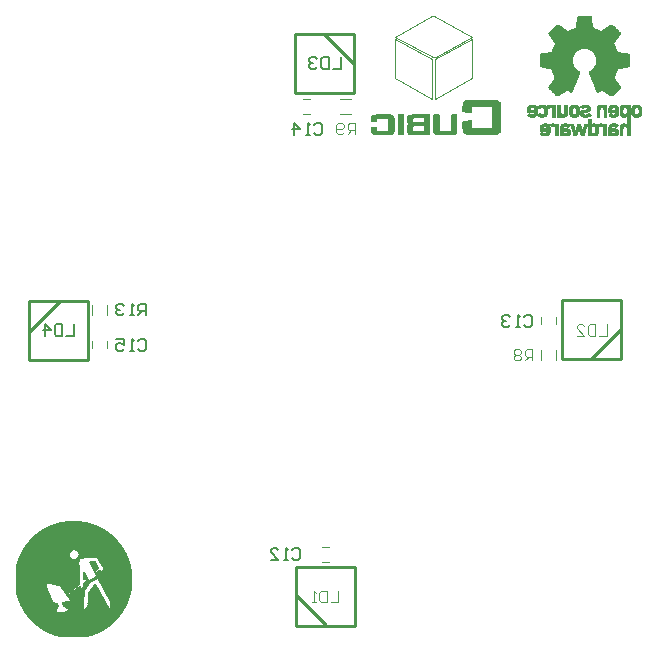
<source format=gbo>
G04*
G04 #@! TF.GenerationSoftware,Altium Limited,Altium Designer,18.1.6 (161)*
G04*
G04 Layer_Color=32896*
%FSLAX44Y44*%
%MOMM*%
G71*
G01*
G75*
%ADD10C,0.2540*%
%ADD16C,0.1200*%
%ADD22C,0.1300*%
%ADD105C,0.0900*%
%ADD106C,0.0483*%
%ADD107C,0.0152*%
%ADD108C,0.0254*%
G54D10*
X25240Y250600D02*
X75240D01*
X25240D02*
Y300600D01*
X75240D01*
Y250600D02*
Y300600D01*
X25815Y275025D02*
X51190Y300400D01*
X250600Y476760D02*
Y526760D01*
X300600D01*
Y476760D02*
Y526760D01*
X250600Y476760D02*
X300600D01*
X275025Y526185D02*
X300400Y500810D01*
X500810Y251600D02*
X526185Y276975D01*
X476760Y251400D02*
Y301400D01*
Y251400D02*
X526760D01*
Y301400D01*
X476760D02*
X526760D01*
X251600Y51190D02*
X276975Y25815D01*
X251400Y75240D02*
X301400D01*
X251400Y25240D02*
Y75240D01*
Y25240D02*
X301400D01*
Y75240D01*
G54D16*
X471500Y250700D02*
Y259300D01*
X458500Y250700D02*
Y259300D01*
X288900Y458500D02*
X297500D01*
X288900Y471500D02*
X297500D01*
X91500Y288900D02*
Y297500D01*
X78500Y288900D02*
Y297500D01*
X273000Y79500D02*
X279000D01*
X273000Y92500D02*
X279000D01*
X458500Y281000D02*
Y287000D01*
X471500Y281000D02*
Y287000D01*
X257550Y471500D02*
X263550D01*
X257550Y458500D02*
X263550D01*
X91500Y260550D02*
Y266550D01*
X78500Y260550D02*
Y266550D01*
X301228Y441690D02*
Y451187D01*
X296479D01*
X294897Y449604D01*
Y446438D01*
X296479Y444856D01*
X301228D01*
X298062D02*
X294897Y441690D01*
X291731Y443273D02*
X290148Y441690D01*
X286983D01*
X285400Y443273D01*
Y449604D01*
X286983Y451187D01*
X290148D01*
X291731Y449604D01*
Y448021D01*
X290148Y446438D01*
X285400D01*
X451342Y250174D02*
Y259671D01*
X446594D01*
X445011Y258088D01*
Y254923D01*
X446594Y253340D01*
X451342D01*
X448176D02*
X445011Y250174D01*
X441845Y258088D02*
X440262Y259671D01*
X437097D01*
X435514Y258088D01*
Y256505D01*
X437097Y254923D01*
X435514Y253340D01*
Y251757D01*
X437097Y250174D01*
X440262D01*
X441845Y251757D01*
Y253340D01*
X440262Y254923D01*
X441845Y256505D01*
Y258088D01*
X440262Y254923D02*
X437097D01*
X514334Y280753D02*
Y271256D01*
X508003D01*
X504837Y280753D02*
Y271256D01*
X500089D01*
X498506Y272839D01*
Y279170D01*
X500089Y280753D01*
X504837D01*
X489009Y271256D02*
X495340D01*
X489009Y277587D01*
Y279170D01*
X490592Y280753D01*
X493757D01*
X495340Y279170D01*
X287004Y54947D02*
Y45450D01*
X280673D01*
X277507Y54947D02*
Y45450D01*
X272759D01*
X271176Y47033D01*
Y53364D01*
X272759Y54947D01*
X277507D01*
X268010Y45450D02*
X264844D01*
X266427D01*
Y54947D01*
X268010Y53364D01*
G54D22*
X63484Y280999D02*
Y271002D01*
X56820D01*
X53487Y280999D02*
Y271002D01*
X48489D01*
X46823Y272668D01*
Y279333D01*
X48489Y280999D01*
X53487D01*
X38492Y271002D02*
Y280999D01*
X43490Y276000D01*
X36826D01*
X117271Y266887D02*
X118938Y268553D01*
X122270D01*
X123936Y266887D01*
Y260222D01*
X122270Y258556D01*
X118938D01*
X117271Y260222D01*
X113939Y258556D02*
X110607D01*
X112273D01*
Y268553D01*
X113939Y266887D01*
X98944Y268553D02*
X105609D01*
Y263554D01*
X102276Y265221D01*
X100610D01*
X98944Y263554D01*
Y260222D01*
X100610Y258556D01*
X103942D01*
X105609Y260222D01*
X266369Y449513D02*
X268036Y451179D01*
X271368D01*
X273034Y449513D01*
Y442848D01*
X271368Y441182D01*
X268036D01*
X266369Y442848D01*
X263037Y441182D02*
X259705D01*
X261371D01*
Y451179D01*
X263037Y449513D01*
X249708Y441182D02*
Y451179D01*
X254707Y446180D01*
X248042D01*
X444423Y287207D02*
X446090Y288873D01*
X449422D01*
X451088Y287207D01*
Y280542D01*
X449422Y278876D01*
X446090D01*
X444423Y280542D01*
X441091Y278876D02*
X437759D01*
X439425D01*
Y288873D01*
X441091Y287207D01*
X432761D02*
X431094Y288873D01*
X427762D01*
X426096Y287207D01*
Y285541D01*
X427762Y283874D01*
X429428D01*
X427762D01*
X426096Y282208D01*
Y280542D01*
X427762Y278876D01*
X431094D01*
X432761Y280542D01*
X248081Y89341D02*
X249748Y91007D01*
X253080D01*
X254746Y89341D01*
Y82676D01*
X253080Y81010D01*
X249748D01*
X248081Y82676D01*
X244749Y81010D02*
X241417D01*
X243083D01*
Y91007D01*
X244749Y89341D01*
X229754Y81010D02*
X236419D01*
X229754Y87675D01*
Y89341D01*
X231420Y91007D01*
X234752D01*
X236419Y89341D01*
X123936Y288274D02*
Y298271D01*
X118938D01*
X117271Y296605D01*
Y293272D01*
X118938Y291606D01*
X123936D01*
X120604D02*
X117271Y288274D01*
X113939D02*
X110607D01*
X112273D01*
Y298271D01*
X113939Y296605D01*
X105609D02*
X103942Y298271D01*
X100610D01*
X98944Y296605D01*
Y294939D01*
X100610Y293272D01*
X102276D01*
X100610D01*
X98944Y291606D01*
Y289940D01*
X100610Y288274D01*
X103942D01*
X105609Y289940D01*
X289290Y506805D02*
Y496808D01*
X282626D01*
X279293Y506805D02*
Y496808D01*
X274295D01*
X272629Y498474D01*
Y505139D01*
X274295Y506805D01*
X279293D01*
X269296Y505139D02*
X267630Y506805D01*
X264298D01*
X262632Y505139D01*
Y503473D01*
X264298Y501806D01*
X265964D01*
X264298D01*
X262632Y500140D01*
Y498474D01*
X264298Y496808D01*
X267630D01*
X269296Y498474D01*
G54D105*
X400388Y521398D02*
Y521881D01*
X367088Y507403D02*
X369501D01*
X366123Y542150D02*
X368536D01*
X400388Y489064D02*
Y521398D01*
X369019Y471208D02*
Y504990D01*
X366606Y471208D02*
Y504990D01*
X369019Y471208D02*
X400388Y489064D01*
X369019Y504990D02*
X400388Y521881D01*
X369501Y507403D02*
X400388Y524294D01*
X368536Y542150D02*
X400388Y524294D01*
X335237Y489064D02*
Y521398D01*
Y521881D02*
X366606Y504990D01*
X335237Y489064D02*
X366606Y471208D01*
X334754Y524294D02*
X367088Y507403D01*
X334754Y524294D02*
X366123Y542150D01*
G54D106*
X391831Y450057D02*
X399070D01*
X382661D02*
X387005D01*
X391831Y449574D02*
X399070D01*
X382661D02*
X387005D01*
X391831Y449092D02*
X399070D01*
X382661D02*
X387005D01*
X391831Y448609D02*
X399070D01*
X382661D02*
X387005D01*
X391831Y448126D02*
X399070D01*
X382661D02*
X387005D01*
X382661Y447644D02*
X387005D01*
X382661Y447161D02*
X387005D01*
X382661Y446679D02*
X387005D01*
X382661Y446196D02*
X387005D01*
X382661Y445713D02*
X387005D01*
X382661Y445231D02*
X387005D01*
X391831Y451987D02*
X399070D01*
X382661D02*
X387005D01*
X391831Y451505D02*
X399070D01*
X382661D02*
X387005D01*
X391831Y451022D02*
X399070D01*
X382661D02*
X387005D01*
X391831Y450539D02*
X399070D01*
X382661D02*
X387005D01*
X391831Y465017D02*
X399070D01*
X391831Y464535D02*
X399070D01*
X391831Y464052D02*
X399070D01*
X391831Y463570D02*
X399070D01*
X391831Y463087D02*
X399070D01*
X391831Y462604D02*
X399070D01*
X391831Y462122D02*
X399070D01*
X391831Y461639D02*
X399070D01*
X391831Y461157D02*
X399070D01*
X394244Y460674D02*
X399070D01*
X397622Y460191D02*
X399070D01*
X383144Y458744D02*
X386522D01*
X382661Y458261D02*
X387005D01*
X382661Y457778D02*
X387005D01*
X382661Y457296D02*
X387005D01*
X382661Y456813D02*
X387005D01*
X382661Y456331D02*
X387005D01*
X382661Y455848D02*
X387005D01*
X382661Y455365D02*
X387005D01*
X382661Y454883D02*
X387005D01*
X382661Y454400D02*
X387005D01*
X382661Y453918D02*
X387005D01*
X397139Y453435D02*
X399070D01*
X382661D02*
X387005D01*
X395209Y452952D02*
X399070D01*
X382661D02*
X387005D01*
X367701Y450057D02*
X372044D01*
X367701Y449574D02*
X372044D01*
X367701Y449092D02*
X372044D01*
X367701Y448609D02*
X372044D01*
X367701Y448126D02*
X372044D01*
X367701Y447644D02*
X372044D01*
X367701Y447161D02*
X372044D01*
X367701Y446679D02*
X372044D01*
X367701Y446196D02*
X372044D01*
X367701Y445713D02*
X372044D01*
X367701Y445231D02*
X372044D01*
X367701Y451987D02*
X372044D01*
X367701Y451505D02*
X372044D01*
X367701Y451022D02*
X372044D01*
X367701Y450539D02*
X372044D01*
X359496Y448609D02*
X363840D01*
X359496Y448126D02*
X363840D01*
X359979Y447644D02*
X363840D01*
X359979Y447161D02*
X363840D01*
X359979Y446679D02*
X363840D01*
X359979Y446196D02*
X363840D01*
X359496Y445713D02*
X363840D01*
X359496Y445231D02*
X363840D01*
X359496Y451987D02*
X363840D01*
X368183Y458744D02*
X371561D01*
X367701Y458261D02*
X372044D01*
X367701Y457778D02*
X372044D01*
X367701Y457296D02*
X372044D01*
X367701Y456813D02*
X372044D01*
X367701Y456331D02*
X372044D01*
X367701Y455848D02*
X372044D01*
X367701Y455365D02*
X372044D01*
X367701Y454883D02*
X372044D01*
X367701Y454400D02*
X372044D01*
X367701Y453918D02*
X372044D01*
X367701Y453435D02*
X372044D01*
X367701Y452952D02*
X372044D01*
X359496Y455365D02*
X363840D01*
X359979Y454883D02*
X363840D01*
X359496Y454400D02*
X363840D01*
X359496Y453918D02*
X363840D01*
X359496Y453435D02*
X363840D01*
X359979Y452952D02*
X363840D01*
X345501Y448609D02*
X350327D01*
X345501Y448126D02*
X349844D01*
X345018Y447644D02*
X349362D01*
X345018Y447161D02*
X349362D01*
X345018Y446679D02*
X349362D01*
X345018Y446196D02*
X349362D01*
X345018Y445713D02*
X349362D01*
X345018Y445231D02*
X349844D01*
X345501Y451987D02*
X353705D01*
X345501Y455365D02*
X350327D01*
X345501Y454883D02*
X349844D01*
X345501Y454400D02*
X349362D01*
X345018Y453918D02*
X349362D01*
X345018Y453435D02*
X349362D01*
X345501Y452952D02*
X349362D01*
X329575Y450057D02*
X333919D01*
X329575Y449574D02*
X333919D01*
X329575Y449092D02*
X333919D01*
X329575Y448609D02*
X333919D01*
X329575Y448126D02*
X333919D01*
X329575Y447644D02*
X333919D01*
X329575Y447161D02*
X333919D01*
X329575Y446679D02*
X333919D01*
X329575Y446196D02*
X333919D01*
X329575Y445713D02*
X333919D01*
X329575Y445231D02*
X333919D01*
X329575Y451987D02*
X333919D01*
X329575Y451505D02*
X333919D01*
X329575Y451022D02*
X333919D01*
X329575Y450539D02*
X333919D01*
X325232Y458744D02*
X330540D01*
X329093Y454883D02*
X333919D01*
X329575Y454400D02*
X333919D01*
X329575Y453918D02*
X333919D01*
X329575Y453435D02*
X333919D01*
X329575Y452952D02*
X333919D01*
X318958Y458744D02*
X323784D01*
X392796Y452470D02*
X399070D01*
X382661D02*
X387005D01*
X367701D02*
X372044D01*
X359496D02*
X363840D01*
X345501D02*
X349844D01*
X329575D02*
X333919D01*
X391831Y447644D02*
X399552D01*
X354670Y451987D02*
X359014D01*
X416926Y450057D02*
X424165D01*
X416926Y449574D02*
X424165D01*
X416926Y449092D02*
X424165D01*
X416926Y448609D02*
X424165D01*
X416926Y448126D02*
X424165D01*
X416926Y447644D02*
X424165D01*
X391831Y447161D02*
X424165D01*
X391831Y446679D02*
X424165D01*
X392313Y446196D02*
X424165D01*
X392313Y445713D02*
X424165D01*
X392313Y445231D02*
X424165D01*
X392313Y444748D02*
X424165D01*
X367701D02*
X387005D01*
X392313Y444266D02*
X423682D01*
X367701D02*
X387005D01*
X392796Y443783D02*
X423682D01*
X367701D02*
X387005D01*
X393278Y443300D02*
X423200D01*
X367701D02*
X387005D01*
X393761Y442818D02*
X422717D01*
X368183D02*
X386522D01*
X394244Y442335D02*
X421752D01*
X368666D02*
X386522D01*
X395209Y441853D02*
X421269D01*
X369148D02*
X386039D01*
X416926Y451987D02*
X424165D01*
X416926Y451505D02*
X424165D01*
X416926Y451022D02*
X424165D01*
X416926Y450539D02*
X424165D01*
X394244Y470326D02*
X421752D01*
X393761Y469843D02*
X422717D01*
X393278Y469361D02*
X423200D01*
X392796Y468878D02*
X423682D01*
X392796Y468396D02*
X423682D01*
X392313Y467913D02*
X424165D01*
X392313Y467430D02*
X424165D01*
X392313Y466948D02*
X424165D01*
X392313Y466465D02*
X424165D01*
X391831Y465983D02*
X424165D01*
X401000Y465500D02*
X424165D01*
X391831D02*
X400517D01*
X416926Y465017D02*
X424165D01*
X416926Y464535D02*
X424165D01*
X416926Y464052D02*
X424165D01*
X416926Y463570D02*
X424165D01*
X416926Y463087D02*
X424165D01*
X416926Y462604D02*
X424165D01*
X416926Y462122D02*
X424165D01*
X416926Y461639D02*
X424165D01*
X416926Y461157D02*
X424165D01*
X416926Y460674D02*
X424165D01*
X416926Y460191D02*
X424165D01*
X416926Y459709D02*
X424165D01*
X416926Y459226D02*
X424165D01*
X416926Y458744D02*
X424165D01*
X416926Y458261D02*
X424165D01*
X416926Y457778D02*
X424165D01*
X416926Y457296D02*
X424165D01*
X416926Y456813D02*
X424165D01*
X416926Y456331D02*
X424165D01*
X416926Y455848D02*
X424165D01*
X416926Y455365D02*
X424165D01*
X416926Y454883D02*
X424165D01*
X416926Y454400D02*
X424165D01*
X416926Y453918D02*
X424165D01*
X416926Y453435D02*
X424165D01*
X416926Y452952D02*
X424165D01*
X395691Y470809D02*
X420304D01*
X349362Y458744D02*
X363840D01*
X337297Y450057D02*
X341640D01*
X337297Y449574D02*
X341640D01*
X337297Y449092D02*
X341640D01*
X337297Y448609D02*
X341640D01*
X337297Y448126D02*
X341640D01*
X316545D02*
X319441D01*
X337297Y447644D02*
X341640D01*
X315097D02*
X319441D01*
X337297Y447161D02*
X341640D01*
X315097D02*
X319441D01*
X337297Y446679D02*
X341640D01*
X315097D02*
X319441D01*
X337297Y446196D02*
X341640D01*
X315097D02*
X319441D01*
X337297Y445713D02*
X341640D01*
X315097D02*
X319441D01*
X337297Y445231D02*
X341640D01*
X315097D02*
X319441D01*
X337297Y444748D02*
X341640D01*
X315097D02*
X333919D01*
X337297Y444266D02*
X341640D01*
X315097D02*
X333436D01*
X337297Y443783D02*
X341640D01*
X315097D02*
X333436D01*
X337297Y443300D02*
X341640D01*
X315097D02*
X333436D01*
X337297Y442818D02*
X341640D01*
X315580D02*
X333436D01*
X337297Y442335D02*
X341640D01*
X315580D02*
X332953D01*
X337297Y441853D02*
X341640D01*
X316545D02*
X332471D01*
X337297Y451987D02*
X341640D01*
X337297Y451505D02*
X341640D01*
X337297Y451022D02*
X341640D01*
X337297Y450539D02*
X341640D01*
X337779Y458744D02*
X341640D01*
X337297Y458261D02*
X341640D01*
X316545D02*
X331988D01*
X337297Y457778D02*
X341640D01*
X315580D02*
X332953D01*
X337297Y457296D02*
X341640D01*
X315580D02*
X333436D01*
X337297Y456813D02*
X341640D01*
X315097D02*
X333436D01*
X337297Y456331D02*
X341640D01*
X315097D02*
X333436D01*
X337297Y455848D02*
X341640D01*
X315097D02*
X333436D01*
X337297Y455365D02*
X341640D01*
X315097D02*
X333919D01*
X337297Y454883D02*
X341640D01*
X315097D02*
X319441D01*
X337297Y454400D02*
X341640D01*
X315097D02*
X319441D01*
X337297Y453918D02*
X341640D01*
X315097D02*
X319441D01*
X337297Y453435D02*
X341640D01*
X315097D02*
X319441D01*
X337297Y452952D02*
X341640D01*
X315097D02*
X319441D01*
X416926Y452470D02*
X424165D01*
X337297D02*
X341640D01*
X316545D02*
X319441D01*
X346466Y450057D02*
X363840D01*
X345984Y449574D02*
X363840D01*
X345501Y449092D02*
X363840D01*
X345018Y444748D02*
X363840D01*
X345018Y444266D02*
X363840D01*
X345501Y443783D02*
X363840D01*
X345501Y443300D02*
X363840D01*
X345984Y442818D02*
X363840D01*
X346466Y442335D02*
X363840D01*
X346466Y441853D02*
X363840D01*
X345984Y451505D02*
X363840D01*
X345984Y451022D02*
X363840D01*
X346949Y450539D02*
X363840D01*
X346949Y458261D02*
X363840D01*
X345984Y457778D02*
X363840D01*
X345984Y457296D02*
X363840D01*
X345501Y456813D02*
X363840D01*
X345501Y456331D02*
X363840D01*
X345501Y455848D02*
X363840D01*
G54D107*
X52407Y16530D02*
X72524D01*
X51493Y16683D02*
X73438D01*
X50883Y16835D02*
X74048D01*
X50578Y16988D02*
X74658D01*
X49816Y17140D02*
X75420D01*
X49054Y17292D02*
X75724D01*
X48750Y17445D02*
X76182D01*
X48140Y17597D02*
X76791D01*
X47683Y17750D02*
X77401D01*
X47226Y17902D02*
X77706D01*
X46616Y18054D02*
X78315D01*
X46311Y18207D02*
X78620D01*
X45702Y18359D02*
X79077D01*
X45397Y18512D02*
X79534D01*
X44940Y18664D02*
X80144D01*
X44635Y18816D02*
X80449D01*
X44330Y18969D02*
X80601D01*
X43873Y19121D02*
X81211D01*
X43568Y19274D02*
X81516D01*
X43111Y19426D02*
X81820D01*
X42654Y19578D02*
X82278D01*
X42349Y19731D02*
X82582D01*
X42196Y19883D02*
X82887D01*
X41739Y20036D02*
X83192D01*
X41434Y20188D02*
X83497D01*
X41130Y20340D02*
X83802D01*
X40825Y20493D02*
X84106D01*
X40368Y20645D02*
X84564D01*
X40215Y20798D02*
X84868D01*
X39910Y20950D02*
X85173D01*
X39606Y21102D02*
X85478D01*
X39301Y21255D02*
X85630D01*
X38996Y21407D02*
X85935D01*
X38844Y21560D02*
X86240D01*
X38386Y21712D02*
X86545D01*
X38082Y21864D02*
X86850D01*
X37929Y22017D02*
X87002D01*
X37624Y22169D02*
X87459D01*
X37320Y22322D02*
X87612D01*
X37167Y22474D02*
X87764D01*
X36862Y22626D02*
X88221D01*
X36558Y22779D02*
X88374D01*
X36405Y22931D02*
X88678D01*
X36100Y23084D02*
X88831D01*
X35948Y23236D02*
X88983D01*
X35643Y23388D02*
X89288D01*
X35338Y23541D02*
X89440D01*
X35186Y23693D02*
X89745D01*
X34881Y23846D02*
X90050D01*
X34729Y23998D02*
X90202D01*
X34576Y24150D02*
X90507D01*
X34272Y24303D02*
X90660D01*
X34119Y24455D02*
X90812D01*
X33814Y24608D02*
X91117D01*
X33662Y24760D02*
X91422D01*
X33510Y24912D02*
X91574D01*
X33205Y25065D02*
X91726D01*
X33052Y25217D02*
X92031D01*
X32748Y25370D02*
X92184D01*
X32595Y25522D02*
X92336D01*
X32443Y25674D02*
X92641D01*
X32290Y25827D02*
X92793D01*
X31986Y25979D02*
X92946D01*
X31833Y26132D02*
X93098D01*
X31681Y26284D02*
X93250D01*
X31528Y26436D02*
X93555D01*
X31224Y26589D02*
X93708D01*
X31071Y26741D02*
X93860D01*
X30766Y26894D02*
X94012D01*
X30766Y27046D02*
X94317D01*
X30462Y27198D02*
X94470D01*
X30309Y27351D02*
X94622D01*
X30157Y27503D02*
X94774D01*
X30004Y27656D02*
X94927D01*
X29852Y27808D02*
X95079D01*
X29547Y27960D02*
X95232D01*
X29547Y28113D02*
X95536D01*
X29242Y28265D02*
X95689D01*
X29090Y28418D02*
X95841D01*
X28938Y28570D02*
X95994D01*
X28785Y28722D02*
X96146D01*
X28633Y28875D02*
X96298D01*
X28480Y29027D02*
X96451D01*
X28328Y29180D02*
X96603D01*
X28176Y29332D02*
X96756D01*
X28023Y29484D02*
X96908D01*
X27871Y29637D02*
X97213D01*
X27718Y29789D02*
X97213D01*
X27566Y29942D02*
X97518D01*
X27414Y30094D02*
X97670D01*
X27261Y30246D02*
X97670D01*
X27109Y30399D02*
X97975D01*
X26956Y30551D02*
X98127D01*
X26804Y30704D02*
X98127D01*
X26652Y30856D02*
X98432D01*
X26499Y31008D02*
X98432D01*
X26347Y31161D02*
X98584D01*
X26194Y31313D02*
X98737D01*
X99042D02*
X99194D01*
X26042Y31466D02*
X98889D01*
X25890Y31618D02*
X99042D01*
X25737Y31770D02*
X99194D01*
X25585Y31923D02*
X99346D01*
X25585Y32075D02*
X99499D01*
X25432Y32228D02*
X99651D01*
X25280Y32380D02*
X99651D01*
X25128Y32532D02*
X99804D01*
X24975Y32685D02*
X99956D01*
X24823Y32837D02*
X100108D01*
X24670Y32990D02*
X100261D01*
X24670Y33142D02*
X100413D01*
X24518Y33294D02*
X100566D01*
X24366Y33447D02*
X100566D01*
X24213Y33599D02*
X100718D01*
X24061Y33752D02*
X100870D01*
X23908Y33904D02*
X101023D01*
X23908Y34056D02*
X101175D01*
X23756Y34209D02*
X101175D01*
X23604Y34361D02*
X101328D01*
X23451Y34514D02*
X101632D01*
X23451Y34666D02*
X101632D01*
X23299Y34818D02*
X101785D01*
X23146Y34971D02*
X101785D01*
X22994Y35123D02*
X101937D01*
X22842Y35276D02*
X102090D01*
X22842Y35428D02*
X102242D01*
X22689Y35580D02*
X102242D01*
X22537Y35733D02*
X102394D01*
X22537Y35885D02*
X102547D01*
X22384Y36038D02*
X102699D01*
X22232Y36190D02*
X102699D01*
X22080Y36342D02*
X102852D01*
X22080Y36495D02*
X103004D01*
X21927Y36647D02*
X103004D01*
X21775Y36800D02*
X103156D01*
X21775Y36952D02*
X103309D01*
X21622Y37104D02*
X52255D01*
X53322D02*
X103309D01*
X21470Y37257D02*
X49969D01*
X54846D02*
X103461D01*
X21318Y37409D02*
X49207D01*
X55303D02*
X103614D01*
X21318Y37562D02*
X48750D01*
X55760D02*
X103614D01*
X21165Y37714D02*
X48445D01*
X56065D02*
X103766D01*
X21013Y37866D02*
X48140D01*
X56522D02*
X103918D01*
X21013Y38019D02*
X47835D01*
X56827D02*
X104071D01*
X20860Y38171D02*
X47683D01*
X56979D02*
X104071D01*
X20860Y38324D02*
X47530D01*
X57284D02*
X104223D01*
X20708Y38476D02*
X47530D01*
X57589D02*
X104223D01*
X20556Y38628D02*
X47530D01*
X57741D02*
X104376D01*
X20403Y38781D02*
X47530D01*
X57894D02*
X104528D01*
X20403Y38933D02*
X47530D01*
X58046D02*
X104528D01*
X20251Y39086D02*
X47530D01*
X58198D02*
X104680D01*
X20251Y39238D02*
X47683D01*
X58351D02*
X104833D01*
X20098Y39390D02*
X47683D01*
X58351D02*
X104833D01*
X20098Y39543D02*
X47683D01*
X58351D02*
X104985D01*
X19946Y39695D02*
X47835D01*
X58198D02*
X104985D01*
X19794Y39848D02*
X47988D01*
X58046D02*
X105138D01*
X19794Y40000D02*
X47988D01*
X58046D02*
X71000D01*
X72067D02*
X105138D01*
X19641Y40152D02*
X48140D01*
X57894D02*
X70848D01*
X72524D02*
X105290D01*
X19489Y40305D02*
X48140D01*
X57589D02*
X71000D01*
X72829D02*
X105442D01*
X19489Y40457D02*
X48292D01*
X57436D02*
X71000D01*
X73134D02*
X105442D01*
X19489Y40610D02*
X48445D01*
X57132D02*
X71000D01*
X73134D02*
X92793D01*
X92946D02*
X105595D01*
X19336Y40762D02*
X48445D01*
X56827D02*
X71000D01*
X73438D02*
X92641D01*
X93250D02*
X105747D01*
X19184Y40914D02*
X48597D01*
X56674D02*
X71000D01*
X73743D02*
X92488D01*
X93250D02*
X105747D01*
X19184Y41067D02*
X48750D01*
X56370D02*
X71000D01*
X73743D02*
X92488D01*
X93403D02*
X105900D01*
X19032Y41219D02*
X48902D01*
X56065D02*
X71000D01*
X74048D02*
X92336D01*
X93555D02*
X105900D01*
X19032Y41372D02*
X48902D01*
X55912D02*
X71000D01*
X74048D02*
X92184D01*
X93708D02*
X105900D01*
X18879Y41524D02*
X49054D01*
X55608D02*
X71000D01*
X74200D02*
X92184D01*
X93708D02*
X106052D01*
X18879Y41676D02*
X49054D01*
X55303D02*
X71000D01*
X74353D02*
X92031D01*
X93708D02*
X106204D01*
X18727Y41829D02*
X49207D01*
X54998D02*
X71000D01*
X74353D02*
X91879D01*
X93860D02*
X106204D01*
X18574Y41981D02*
X49207D01*
X54846D02*
X71000D01*
X74505D02*
X91879D01*
X93860D02*
X106357D01*
X18574Y42134D02*
X49359D01*
X54388D02*
X71152D01*
X74505D02*
X91726D01*
X93860D02*
X106357D01*
X18574Y42286D02*
X49359D01*
X54084D02*
X71152D01*
X74505D02*
X91726D01*
X93860D02*
X106509D01*
X18422Y42438D02*
X49359D01*
X53931D02*
X71152D01*
X74658D02*
X91574D01*
X94012D02*
X106509D01*
X18422Y42591D02*
X49359D01*
X53779D02*
X71152D01*
X74658D02*
X91574D01*
X94012D02*
X106662D01*
X18270Y42743D02*
X49359D01*
X53779D02*
X71152D01*
X74505D02*
X91422D01*
X94165D02*
X106662D01*
X18117Y42896D02*
X49207D01*
X53779D02*
X71152D01*
X74505D02*
X91269D01*
X94165D02*
X106814D01*
X18117Y43048D02*
X49207D01*
X53779D02*
X71152D01*
X74658D02*
X91269D01*
X94165D02*
X106966D01*
X18117Y43200D02*
X49207D01*
X53626D02*
X71152D01*
X74658D02*
X91269D01*
X94165D02*
X106966D01*
X17965Y43353D02*
X49207D01*
X53626D02*
X71152D01*
X74658D02*
X91117D01*
X94165D02*
X106966D01*
X17965Y43505D02*
X49207D01*
X53626D02*
X71152D01*
X74658D02*
X90964D01*
X94165D02*
X107119D01*
X17812Y43658D02*
X49054D01*
X53626D02*
X71152D01*
X74810D02*
X90812D01*
X94165D02*
X107119D01*
X17812Y43810D02*
X49054D01*
X53474D02*
X71152D01*
X74810D02*
X90812D01*
X94165D02*
X107271D01*
X17660Y43962D02*
X49054D01*
X53474D02*
X71152D01*
X74810D02*
X90812D01*
X94165D02*
X107271D01*
X17660Y44115D02*
X49054D01*
X53474D02*
X71152D01*
X74810D02*
X90660D01*
X94165D02*
X107424D01*
X17508Y44267D02*
X49054D01*
X53474D02*
X71152D01*
X74810D02*
X90507D01*
X94317D02*
X107424D01*
X17508Y44420D02*
X49054D01*
X53474D02*
X71152D01*
X74810D02*
X90507D01*
X94317D02*
X107424D01*
X17355Y44572D02*
X47988D01*
X48140D02*
X49054D01*
X53322D02*
X71152D01*
X74658D02*
X90355D01*
X94317D02*
X107576D01*
X17355Y44724D02*
X46616D01*
X53322D02*
X71152D01*
X74658D02*
X90202D01*
X94317D02*
X107576D01*
X17355Y44877D02*
X46311D01*
X53322D02*
X71152D01*
X74658D02*
X90202D01*
X94165D02*
X107728D01*
X17203Y45029D02*
X46311D01*
X53322D02*
X71152D01*
X74658D02*
X90050D01*
X94165D02*
X107728D01*
X17203Y45182D02*
X46311D01*
X53322D02*
X71152D01*
X74810D02*
X90050D01*
X94165D02*
X107881D01*
X17050Y45334D02*
X46159D01*
X53169D02*
X71152D01*
X74810D02*
X89898D01*
X94165D02*
X107881D01*
X17050Y45486D02*
X46159D01*
X53169D02*
X71152D01*
X74810D02*
X89898D01*
X94165D02*
X108033D01*
X16898Y45639D02*
X46006D01*
X53322D02*
X71152D01*
X74810D02*
X89745D01*
X94165D02*
X108033D01*
X16898Y45791D02*
X44940D01*
X54084D02*
X71152D01*
X74810D02*
X89745D01*
X94012D02*
X108033D01*
X16746Y45944D02*
X44940D01*
X54693D02*
X71152D01*
X74810D02*
X89593D01*
X94012D02*
X108186D01*
X16746Y46096D02*
X44940D01*
X55608D02*
X71152D01*
X74810D02*
X89440D01*
X93860D02*
X108186D01*
X16746Y46248D02*
X44787D01*
X56217D02*
X71152D01*
X74962D02*
X89440D01*
X93860D02*
X108338D01*
X16593Y46401D02*
X44787D01*
X56979D02*
X71152D01*
X74962D02*
X89440D01*
X93708D02*
X108338D01*
X16593Y46553D02*
X44635D01*
X57589D02*
X71152D01*
X74962D02*
X89288D01*
X93708D02*
X108490D01*
X16593Y46706D02*
X44635D01*
X58656D02*
X71152D01*
X74962D02*
X89136D01*
X93555D02*
X108490D01*
X16441Y46858D02*
X44635D01*
X59265D02*
X71152D01*
X74962D02*
X89136D01*
X93555D02*
X108490D01*
X16441Y47010D02*
X44482D01*
X59570D02*
X59722D01*
X59875D02*
X71152D01*
X74962D02*
X88983D01*
X93403D02*
X108643D01*
X16288Y47163D02*
X44482D01*
X60332D02*
X71305D01*
X74962D02*
X88983D01*
X93403D02*
X108643D01*
X16288Y47315D02*
X44330D01*
X60180D02*
X71305D01*
X74962D02*
X88831D01*
X93250D02*
X108795D01*
X16136Y47468D02*
X44178D01*
X60027D02*
X71305D01*
X74962D02*
X88678D01*
X93098D02*
X108795D01*
X16136Y47620D02*
X44178D01*
X59875D02*
X71305D01*
X74962D02*
X88678D01*
X93098D02*
X108795D01*
X16136Y47772D02*
X44178D01*
X59875D02*
X71305D01*
X74962D02*
X88526D01*
X92946D02*
X108948D01*
X15984Y47925D02*
X44025D01*
X59722D02*
X71305D01*
X74962D02*
X88526D01*
X92946D02*
X108948D01*
X15984Y48077D02*
X44025D01*
X59570D02*
X71305D01*
X74962D02*
X88374D01*
X92793D02*
X108948D01*
X15984Y48230D02*
X43873D01*
X59418D02*
X71305D01*
X74962D02*
X88374D01*
X92793D02*
X109100D01*
X15831Y48382D02*
X43873D01*
X59418D02*
X71305D01*
X74962D02*
X88221D01*
X92641D02*
X109100D01*
X15831Y48534D02*
X43873D01*
X59265D02*
X71305D01*
X74962D02*
X88221D01*
X92641D02*
X109252D01*
X15679Y48687D02*
X43720D01*
X59113D02*
X71305D01*
X75115D02*
X88069D01*
X92641D02*
X109252D01*
X15679Y48839D02*
X43720D01*
X59113D02*
X71305D01*
X75115D02*
X87916D01*
X92488D02*
X109252D01*
X15679Y48992D02*
X43568D01*
X58960D02*
X71305D01*
X75115D02*
X87916D01*
X92336D02*
X109405D01*
X15679Y49144D02*
X43568D01*
X58808D02*
X71305D01*
X75115D02*
X87764D01*
X92336D02*
X109405D01*
X15526Y49296D02*
X43416D01*
X58808D02*
X71305D01*
X75115D02*
X87764D01*
X92184D02*
X109405D01*
X15526Y49449D02*
X43416D01*
X58656D02*
X71305D01*
X75115D02*
X87612D01*
X92184D02*
X109557D01*
X15526Y49601D02*
X43416D01*
X58503D02*
X71305D01*
X75115D02*
X87612D01*
X92031D02*
X109557D01*
X15374Y49754D02*
X43263D01*
X58503D02*
X71305D01*
X75115D02*
X87459D01*
X92031D02*
X109557D01*
X15374Y49906D02*
X43263D01*
X58351D02*
X71305D01*
X75115D02*
X87307D01*
X91879D02*
X109557D01*
X15374Y50058D02*
X43111D01*
X58198D02*
X71305D01*
X75115D02*
X87307D01*
X91726D02*
X109710D01*
X15222Y50211D02*
X43111D01*
X58046D02*
X71305D01*
X75115D02*
X87154D01*
X91726D02*
X109710D01*
X15222Y50363D02*
X42958D01*
X57894D02*
X71305D01*
X75115D02*
X87154D01*
X91574D02*
X109862D01*
X15222Y50516D02*
X42958D01*
X57894D02*
X71305D01*
X75115D02*
X87002D01*
X91574D02*
X109862D01*
X15069Y50668D02*
X42806D01*
X57741D02*
X71305D01*
X75115D02*
X86850D01*
X91422D02*
X109862D01*
X15069Y50820D02*
X42806D01*
X57741D02*
X71305D01*
X75115D02*
X86850D01*
X91422D02*
X109862D01*
X15069Y50973D02*
X42806D01*
X57589D02*
X71457D01*
X75267D02*
X86850D01*
X91269D02*
X110014D01*
X15069Y51125D02*
X42654D01*
X57436D02*
X71457D01*
X75267D02*
X86697D01*
X91269D02*
X110014D01*
X14917Y51278D02*
X42654D01*
X57436D02*
X71457D01*
X75267D02*
X86545D01*
X91117D02*
X110014D01*
X14917Y51430D02*
X42654D01*
X57284D02*
X71457D01*
X75267D02*
X86545D01*
X91117D02*
X110014D01*
X14917Y51582D02*
X42501D01*
X57132D02*
X57894D01*
X58046D02*
X71457D01*
X75267D02*
X86392D01*
X90964D02*
X110167D01*
X14764Y51735D02*
X42501D01*
X56979D02*
X57741D01*
X58198D02*
X71457D01*
X75420D02*
X86392D01*
X90964D02*
X110167D01*
X14764Y51887D02*
X42349D01*
X56827D02*
X57589D01*
X58351D02*
X71457D01*
X75420D02*
X86240D01*
X90812D02*
X110167D01*
X14764Y52040D02*
X42349D01*
X56827D02*
X57436D01*
X58656D02*
X71457D01*
X75420D02*
X86240D01*
X90812D02*
X110167D01*
X14612Y52192D02*
X42196D01*
X56674D02*
X57284D01*
X58808D02*
X71457D01*
X75420D02*
X86088D01*
X90660D02*
X110319D01*
X14612Y52344D02*
X42196D01*
X56674D02*
X57284D01*
X58960D02*
X71457D01*
X75420D02*
X85935D01*
X90507D02*
X110319D01*
X14612Y52497D02*
X42044D01*
X56522D02*
X57436D01*
X59113D02*
X71457D01*
X75420D02*
X85935D01*
X90507D02*
X110319D01*
X14612Y52649D02*
X42044D01*
X56370D02*
X57589D01*
X59418D02*
X71457D01*
X75420D02*
X85783D01*
X90355D02*
X110472D01*
X14612Y52802D02*
X42044D01*
X56217D02*
X57741D01*
X59570D02*
X71457D01*
X75420D02*
X85783D01*
X90355D02*
X110472D01*
X14460Y52954D02*
X41892D01*
X56217D02*
X57894D01*
X59722D02*
X71457D01*
X75420D02*
X85630D01*
X90202D02*
X110472D01*
X14460Y53106D02*
X41892D01*
X56065D02*
X58046D01*
X60027D02*
X71457D01*
X75420D02*
X85630D01*
X90202D02*
X110472D01*
X14460Y53259D02*
X41739D01*
X55912D02*
X58198D01*
X60027D02*
X71457D01*
X75420D02*
X85478D01*
X90050D02*
X110472D01*
X14307Y53411D02*
X41739D01*
X55760D02*
X58351D01*
X60332D02*
X71457D01*
X75420D02*
X85478D01*
X90050D02*
X110624D01*
X14307Y53564D02*
X41587D01*
X55760D02*
X58503D01*
X60637D02*
X71457D01*
X75420D02*
X85326D01*
X89898D02*
X110624D01*
X14307Y53716D02*
X41587D01*
X55608D02*
X58656D01*
X60789D02*
X71457D01*
X75420D02*
X85173D01*
X89898D02*
X110624D01*
X14307Y53868D02*
X41434D01*
X55455D02*
X58960D01*
X60942D02*
X71457D01*
X75572D02*
X85173D01*
X89745D02*
X110624D01*
X14155Y54021D02*
X41434D01*
X55455D02*
X59265D01*
X61094D02*
X71457D01*
X75724D02*
X85021D01*
X89745D02*
X110776D01*
X14155Y54173D02*
X41434D01*
X55303D02*
X59418D01*
X61246D02*
X71457D01*
X75724D02*
X85021D01*
X89593D02*
X110776D01*
X14155Y54326D02*
X41282D01*
X55150D02*
X59418D01*
X61551D02*
X71457D01*
X75877D02*
X84868D01*
X89440D02*
X110776D01*
X14155Y54478D02*
X41282D01*
X54998D02*
X59722D01*
X61704D02*
X71457D01*
X75877D02*
X84868D01*
X89440D02*
X110929D01*
X14155Y54630D02*
X41130D01*
X54846D02*
X59875D01*
X61856D02*
X71457D01*
X76029D02*
X84716D01*
X89288D02*
X110929D01*
X14155Y54783D02*
X41130D01*
X54846D02*
X60027D01*
X62008D02*
X71457D01*
X76182D02*
X84716D01*
X89288D02*
X110929D01*
X14002Y54935D02*
X41130D01*
X54693D02*
X60180D01*
X62161D02*
X71457D01*
X76334D02*
X84564D01*
X89136D02*
X110929D01*
X14002Y55088D02*
X40977D01*
X54541D02*
X60332D01*
X62466D02*
X71457D01*
X76486D02*
X84411D01*
X89136D02*
X110929D01*
X14002Y55240D02*
X40825D01*
X54541D02*
X60637D01*
X62618D02*
X71610D01*
X76486D02*
X84411D01*
X88983D02*
X110929D01*
X14002Y55392D02*
X40825D01*
X54388D02*
X60637D01*
X62770D02*
X71610D01*
X76639D02*
X84411D01*
X88983D02*
X110929D01*
X14002Y55545D02*
X40672D01*
X54388D02*
X60942D01*
X63075D02*
X71610D01*
X76791D02*
X84259D01*
X88831D02*
X110929D01*
X14002Y55697D02*
X40672D01*
X54236D02*
X61094D01*
X63228D02*
X71762D01*
X76791D02*
X84106D01*
X88831D02*
X111081D01*
X14002Y55850D02*
X40672D01*
X54084D02*
X61246D01*
X63380D02*
X71762D01*
X76944D02*
X83954D01*
X88678D02*
X111081D01*
X14002Y56002D02*
X40520D01*
X53931D02*
X61399D01*
X63685D02*
X71914D01*
X77096D02*
X83954D01*
X88678D02*
X111081D01*
X14002Y56154D02*
X40520D01*
X53931D02*
X61551D01*
X63837D02*
X72067D01*
X77096D02*
X83802D01*
X88526D02*
X111234D01*
X14002Y56307D02*
X40520D01*
X53779D02*
X61856D01*
X63990D02*
X72067D01*
X77248D02*
X83802D01*
X88374D02*
X111234D01*
X14002Y56459D02*
X40368D01*
X53626D02*
X62008D01*
X64142D02*
X72219D01*
X77401D02*
X83649D01*
X88374D02*
X111234D01*
X14002Y56612D02*
X40368D01*
X53474D02*
X62161D01*
X64447D02*
X72219D01*
X77401D02*
X83649D01*
X88374D02*
X111234D01*
X14002Y56764D02*
X40215D01*
X53474D02*
X62313D01*
X64599D02*
X72372D01*
X77553D02*
X83497D01*
X88221D02*
X111234D01*
X14002Y56916D02*
X40215D01*
X53322D02*
X62618D01*
X64752D02*
X72524D01*
X77553D02*
X83344D01*
X88069D02*
X111386D01*
X14002Y57069D02*
X40215D01*
X53322D02*
X62618D01*
X64904D02*
X72524D01*
X77706D02*
X83344D01*
X88069D02*
X111386D01*
X14002Y57221D02*
X40063D01*
X53169D02*
X62770D01*
X65056D02*
X72676D01*
X77858D02*
X83344D01*
X87916D02*
X111386D01*
X14002Y57374D02*
X39910D01*
X53017D02*
X62923D01*
X65361D02*
X72829D01*
X78010D02*
X83192D01*
X87916D02*
X111386D01*
X14002Y57526D02*
X39910D01*
X52864D02*
X63075D01*
X65514D02*
X72829D01*
X78163D02*
X83192D01*
X87764D02*
X111386D01*
X14002Y57678D02*
X39910D01*
X52712D02*
X63380D01*
X65666D02*
X69019D01*
X69324D02*
X72981D01*
X78163D02*
X83040D01*
X87764D02*
X111386D01*
X14002Y57831D02*
X39758D01*
X52712D02*
X63380D01*
X65818D02*
X68714D01*
X69476D02*
X73134D01*
X78315D02*
X82887D01*
X87612D02*
X111386D01*
X14002Y57983D02*
X39758D01*
X52560D02*
X63685D01*
X66123D02*
X68562D01*
X69781D02*
X73134D01*
X78468D02*
X82887D01*
X87612D02*
X111386D01*
X14002Y58136D02*
X39606D01*
X52407D02*
X63837D01*
X66123D02*
X68562D01*
X69933D02*
X73286D01*
X78468D02*
X82735D01*
X87459D02*
X111538D01*
X14002Y58288D02*
X39606D01*
X52407D02*
X63990D01*
X66428D02*
X68409D01*
X70086D02*
X73286D01*
X78620D02*
X82735D01*
X87307D02*
X111538D01*
X14002Y58440D02*
X39606D01*
X52255D02*
X64294D01*
X66733D02*
X68409D01*
X70238D02*
X73438D01*
X78772D02*
X82582D01*
X87307D02*
X111538D01*
X14002Y58593D02*
X39453D01*
X52102D02*
X64294D01*
X66885D02*
X68257D01*
X70390D02*
X73591D01*
X78925D02*
X82430D01*
X87307D02*
X111538D01*
X14002Y58745D02*
X39453D01*
X52102D02*
X64599D01*
X67038D02*
X68257D01*
X70390D02*
X73743D01*
X78925D02*
X82430D01*
X87154D02*
X111538D01*
X14002Y58898D02*
X39301D01*
X51950D02*
X64752D01*
X67190D02*
X68257D01*
X70543D02*
X73896D01*
X79077D02*
X82278D01*
X87002D02*
X111538D01*
X14002Y59050D02*
X39301D01*
X51798D02*
X64904D01*
X67342D02*
X68104D01*
X70695D02*
X73896D01*
X79077D02*
X82278D01*
X87002D02*
X111538D01*
X14002Y59202D02*
X39301D01*
X51798D02*
X65056D01*
X70848D02*
X73896D01*
X79230D02*
X82125D01*
X86850D02*
X111538D01*
X14002Y59355D02*
X39148D01*
X51493D02*
X65209D01*
X70848D02*
X74048D01*
X79382D02*
X82125D01*
X86850D02*
X111538D01*
X14002Y59507D02*
X39148D01*
X51493D02*
X65514D01*
X71000D02*
X74200D01*
X79534D02*
X81973D01*
X86697D02*
X111538D01*
X14002Y59660D02*
X39453D01*
X51340D02*
X65666D01*
X71152D02*
X74200D01*
X79534D02*
X81973D01*
X86697D02*
X111538D01*
X14002Y59812D02*
X39606D01*
X50883D02*
X65818D01*
X71152D02*
X74353D01*
X79687D02*
X81820D01*
X86545D02*
X111538D01*
X14002Y59964D02*
X39606D01*
X50121D02*
X65971D01*
X71152D02*
X74505D01*
X79839D02*
X81668D01*
X86392D02*
X111538D01*
X14002Y60117D02*
X39606D01*
X49664D02*
X66123D01*
X71152D02*
X74658D01*
X79992D02*
X81668D01*
X86392D02*
X111538D01*
X14002Y60269D02*
X39606D01*
X48902D02*
X66276D01*
X71305D02*
X74658D01*
X79992D02*
X81516D01*
X86240D02*
X111538D01*
X14002Y60422D02*
X39453D01*
X48140D02*
X66580D01*
X71305D02*
X74810D01*
X80144D02*
X81363D01*
X86240D02*
X111538D01*
X14002Y60574D02*
X39453D01*
X47378D02*
X66733D01*
X71305D02*
X74810D01*
X80296D02*
X81363D01*
X86240D02*
X111538D01*
X14002Y60726D02*
X39301D01*
X46616D02*
X66885D01*
X71457D02*
X74962D01*
X80296D02*
X81211D01*
X86088D02*
X111538D01*
X14002Y60879D02*
X39301D01*
X45854D02*
X67038D01*
X71457D02*
X74962D01*
X80449D02*
X81211D01*
X85935D02*
X111538D01*
X14002Y61031D02*
X39301D01*
X45244D02*
X67190D01*
X71457D02*
X75115D01*
X80601D02*
X81058D01*
X85935D02*
X111538D01*
X14002Y61184D02*
X39148D01*
X44635D02*
X67342D01*
X71457D02*
X75267D01*
X85783D02*
X111538D01*
X14002Y61336D02*
X39148D01*
X43720D02*
X67495D01*
X71305D02*
X75420D01*
X85783D02*
X111538D01*
X14002Y61488D02*
X38996D01*
X43111D02*
X67647D01*
X71305D02*
X75420D01*
X85630D02*
X111538D01*
X14002Y61641D02*
X38996D01*
X42501D02*
X67647D01*
X71305D02*
X75572D01*
X85630D02*
X111538D01*
X14002Y61793D02*
X39301D01*
X41434D02*
X67647D01*
X71457D02*
X75724D01*
X85478D02*
X111538D01*
X14002Y61946D02*
X39301D01*
X40825D02*
X67800D01*
X71457D02*
X75724D01*
X85326D02*
X111538D01*
X14002Y62098D02*
X39606D01*
X40215D02*
X67800D01*
X71457D02*
X75877D01*
X85326D02*
X111538D01*
X14002Y62250D02*
X67647D01*
X71762D02*
X76029D01*
X85173D02*
X111538D01*
X14002Y62403D02*
X67647D01*
X71914D02*
X76182D01*
X85173D02*
X111538D01*
X14002Y62555D02*
X67647D01*
X72067D02*
X76182D01*
X85021D02*
X111538D01*
X14002Y62708D02*
X67647D01*
X72372D02*
X76486D01*
X85021D02*
X111538D01*
X14002Y62860D02*
X67647D01*
X72676D02*
X76639D01*
X84868D02*
X111538D01*
X14002Y63012D02*
X67647D01*
X72676D02*
X76944D01*
X84868D02*
X111538D01*
X14002Y63165D02*
X67647D01*
X72981D02*
X77248D01*
X84716D02*
X111538D01*
X14002Y63317D02*
X67647D01*
X73134D02*
X77553D01*
X84716D02*
X111538D01*
X14002Y63470D02*
X67647D01*
X73286D02*
X77706D01*
X84564D02*
X111538D01*
X14002Y63622D02*
X67647D01*
X73438D02*
X78010D01*
X84411D02*
X111538D01*
X14002Y63774D02*
X67647D01*
X73591D02*
X78468D01*
X84411D02*
X111538D01*
X14002Y63927D02*
X67647D01*
X73591D02*
X78620D01*
X84259D02*
X111538D01*
X14002Y64079D02*
X67647D01*
X73743D02*
X78925D01*
X84259D02*
X111538D01*
X14002Y64232D02*
X67647D01*
X73743D02*
X79230D01*
X84106D02*
X111538D01*
X14002Y64384D02*
X67647D01*
X73896D02*
X75420D01*
X75877D02*
X79534D01*
X84106D02*
X111538D01*
X14002Y64536D02*
X67647D01*
X73896D02*
X75420D01*
X76182D02*
X79839D01*
X83954D02*
X111538D01*
X14002Y64689D02*
X67647D01*
X73896D02*
X75267D01*
X76486D02*
X80144D01*
X83802D02*
X111538D01*
X14002Y64841D02*
X67647D01*
X71000D02*
X71762D01*
X73896D02*
X75115D01*
X76791D02*
X80449D01*
X83802D02*
X111538D01*
X14002Y64994D02*
X67647D01*
X71000D02*
X71914D01*
X73743D02*
X75115D01*
X77096D02*
X80601D01*
X83649D02*
X111538D01*
X14002Y65146D02*
X67647D01*
X71000D02*
X72067D01*
X73743D02*
X74962D01*
X77401D02*
X80906D01*
X83649D02*
X111538D01*
X14002Y65298D02*
X67647D01*
X71000D02*
X72372D01*
X73591D02*
X74962D01*
X77858D02*
X81363D01*
X83649D02*
X111538D01*
X14002Y65451D02*
X67647D01*
X71000D02*
X72524D01*
X73438D02*
X74810D01*
X78010D02*
X81668D01*
X83497D02*
X111538D01*
X14002Y65603D02*
X67495D01*
X71000D02*
X72829D01*
X73134D02*
X74658D01*
X78315D02*
X81973D01*
X83344D02*
X111538D01*
X14002Y65756D02*
X67495D01*
X71000D02*
X74658D01*
X78620D02*
X82278D01*
X83192D02*
X111538D01*
X14002Y65908D02*
X67495D01*
X71000D02*
X74658D01*
X78925D02*
X82735D01*
X83192D02*
X111538D01*
X14002Y66060D02*
X67495D01*
X71000D02*
X74505D01*
X79077D02*
X111538D01*
X14002Y66213D02*
X67495D01*
X71000D02*
X74353D01*
X79382D02*
X111538D01*
X14002Y66365D02*
X67495D01*
X71000D02*
X74353D01*
X79839D02*
X111538D01*
X14002Y66518D02*
X67495D01*
X71000D02*
X74200D01*
X79992D02*
X111538D01*
X14002Y66670D02*
X67495D01*
X71000D02*
X74200D01*
X80296D02*
X111538D01*
X14002Y66822D02*
X67495D01*
X71000D02*
X74048D01*
X80449D02*
X111538D01*
X14002Y66975D02*
X67495D01*
X71000D02*
X74048D01*
X80754D02*
X111538D01*
X14002Y67127D02*
X67495D01*
X71000D02*
X73896D01*
X81058D02*
X111538D01*
X14002Y67280D02*
X67495D01*
X71000D02*
X73743D01*
X81363D02*
X111538D01*
X14002Y67432D02*
X67495D01*
X71000D02*
X73743D01*
X81668D02*
X111538D01*
X14002Y67584D02*
X67495D01*
X71000D02*
X73591D01*
X81820D02*
X111538D01*
X14002Y67737D02*
X67495D01*
X71000D02*
X73591D01*
X82125D02*
X111538D01*
X14002Y67889D02*
X67495D01*
X71000D02*
X73438D01*
X82125D02*
X111538D01*
X14002Y68042D02*
X67495D01*
X71000D02*
X73438D01*
X82125D02*
X111538D01*
X14002Y68194D02*
X67495D01*
X71000D02*
X73286D01*
X81973D02*
X111538D01*
X14002Y68346D02*
X67495D01*
X71000D02*
X73286D01*
X81973D02*
X111538D01*
X14002Y68499D02*
X67495D01*
X71000D02*
X73134D01*
X81820D02*
X111538D01*
X14002Y68651D02*
X67495D01*
X71000D02*
X73134D01*
X81820D02*
X111538D01*
X14002Y68804D02*
X67495D01*
X71000D02*
X72981D01*
X81668D02*
X111538D01*
X14002Y68956D02*
X67495D01*
X71000D02*
X72829D01*
X81668D02*
X111538D01*
X14002Y69108D02*
X67495D01*
X71000D02*
X72829D01*
X81516D02*
X111538D01*
X14002Y69261D02*
X67495D01*
X71000D02*
X72829D01*
X81516D02*
X111538D01*
X14002Y69413D02*
X67342D01*
X71000D02*
X72676D01*
X81363D02*
X111538D01*
X14002Y69566D02*
X67342D01*
X71000D02*
X72524D01*
X81363D02*
X111538D01*
X14002Y69718D02*
X67342D01*
X71000D02*
X72524D01*
X81363D02*
X111538D01*
X14002Y69870D02*
X67342D01*
X71000D02*
X72372D01*
X81058D02*
X111538D01*
X14002Y70023D02*
X67342D01*
X71000D02*
X72372D01*
X81058D02*
X111538D01*
X14002Y70175D02*
X67342D01*
X71152D02*
X72219D01*
X80906D02*
X111538D01*
X14002Y70328D02*
X67342D01*
X71152D02*
X72219D01*
X80906D02*
X111538D01*
X14002Y70480D02*
X67342D01*
X71152D02*
X72067D01*
X80906D02*
X111538D01*
X14002Y70632D02*
X67342D01*
X71152D02*
X72067D01*
X80754D02*
X111538D01*
X14002Y70785D02*
X67342D01*
X71152D02*
X71914D01*
X80754D02*
X111538D01*
X14002Y70937D02*
X67342D01*
X71152D02*
X71762D01*
X80601D02*
X111538D01*
X14002Y71090D02*
X67190D01*
X71305D02*
X71610D01*
X80449D02*
X111538D01*
X14002Y71242D02*
X67190D01*
X80449D02*
X81668D01*
X82125D02*
X85783D01*
X86088D02*
X111538D01*
X14002Y71394D02*
X67190D01*
X80449D02*
X81516D01*
X82278D02*
X85630D01*
X86240D02*
X111538D01*
X14002Y71547D02*
X67190D01*
X80296D02*
X81516D01*
X82430D02*
X85630D01*
X86392D02*
X111538D01*
X14002Y71699D02*
X67342D01*
X80144D02*
X81363D01*
X82735D02*
X85478D01*
X86545D02*
X111538D01*
X14002Y71852D02*
X67342D01*
X80144D02*
X81363D01*
X82887D02*
X85326D01*
X86697D02*
X111538D01*
X14002Y72004D02*
X67342D01*
X80144D02*
X81211D01*
X83040D02*
X85326D01*
X86850D02*
X111538D01*
X14002Y72156D02*
X67342D01*
X79992D02*
X81211D01*
X83192D02*
X85173D01*
X87002D02*
X111386D01*
X14002Y72309D02*
X67190D01*
X79992D02*
X81363D01*
X83344D02*
X85021D01*
X87154D02*
X111386D01*
X14002Y72461D02*
X67190D01*
X79839D02*
X81363D01*
X83649D02*
X85021D01*
X87307D02*
X111386D01*
X14002Y72614D02*
X67190D01*
X79839D02*
X81516D01*
X83802D02*
X84868D01*
X87459D02*
X111386D01*
X14002Y72766D02*
X67190D01*
X79687D02*
X81668D01*
X83954D02*
X84868D01*
X87459D02*
X111386D01*
X14002Y72918D02*
X67190D01*
X79687D02*
X81820D01*
X84106D02*
X84716D01*
X87459D02*
X111386D01*
X14002Y73071D02*
X67190D01*
X79534D02*
X81973D01*
X87459D02*
X111234D01*
X14002Y73223D02*
X67190D01*
X79382D02*
X82125D01*
X87459D02*
X111234D01*
X14002Y73376D02*
X67190D01*
X79382D02*
X82278D01*
X87459D02*
X111234D01*
X14002Y73528D02*
X67190D01*
X79382D02*
X82582D01*
X87459D02*
X111234D01*
X14002Y73680D02*
X67190D01*
X79230D02*
X82582D01*
X87612D02*
X111234D01*
X14002Y73833D02*
X67190D01*
X79077D02*
X82887D01*
X87459D02*
X111081D01*
X14002Y73985D02*
X67190D01*
X79077D02*
X82887D01*
X87459D02*
X111081D01*
X14002Y74138D02*
X67190D01*
X78925D02*
X83040D01*
X87459D02*
X111081D01*
X14002Y74290D02*
X67190D01*
X78925D02*
X83344D01*
X87459D02*
X111081D01*
X14002Y74442D02*
X67190D01*
X78925D02*
X83344D01*
X87459D02*
X110929D01*
X14002Y74595D02*
X67190D01*
X78772D02*
X83344D01*
X87459D02*
X110929D01*
X14002Y74747D02*
X67190D01*
X78620D02*
X83497D01*
X87459D02*
X110929D01*
X14002Y74900D02*
X67190D01*
X78620D02*
X83344D01*
X87459D02*
X110929D01*
X14155Y75052D02*
X67190D01*
X78468D02*
X83344D01*
X87459D02*
X110929D01*
X14155Y75204D02*
X67190D01*
X78468D02*
X83344D01*
X87459D02*
X110929D01*
X14155Y75357D02*
X67190D01*
X78468D02*
X83344D01*
X87459D02*
X110929D01*
X14155Y75509D02*
X67190D01*
X78315D02*
X83344D01*
X87459D02*
X110929D01*
X14155Y75662D02*
X67190D01*
X78315D02*
X83192D01*
X87459D02*
X110776D01*
X14155Y75814D02*
X67190D01*
X78163D02*
X83192D01*
X87307D02*
X110776D01*
X14307Y75966D02*
X67190D01*
X78010D02*
X83040D01*
X87307D02*
X110776D01*
X14307Y76119D02*
X67190D01*
X78010D02*
X83040D01*
X87154D02*
X110624D01*
X14307Y76271D02*
X67190D01*
X78010D02*
X82887D01*
X87002D02*
X110624D01*
X14307Y76424D02*
X67190D01*
X77858D02*
X82887D01*
X87002D02*
X110624D01*
X14307Y76576D02*
X67190D01*
X77706D02*
X82735D01*
X86850D02*
X110624D01*
X14460Y76728D02*
X67190D01*
X77706D02*
X82735D01*
X86850D02*
X110472D01*
X14460Y76881D02*
X67190D01*
X77706D02*
X82582D01*
X86697D02*
X110472D01*
X14612Y77033D02*
X67190D01*
X77553D02*
X82582D01*
X86545D02*
X110472D01*
X14612Y77186D02*
X67190D01*
X77401D02*
X82430D01*
X86545D02*
X110472D01*
X14612Y77338D02*
X67190D01*
X77401D02*
X82430D01*
X86392D02*
X110319D01*
X14612Y77490D02*
X67038D01*
X77248D02*
X82278D01*
X86240D02*
X110319D01*
X14612Y77643D02*
X67038D01*
X77248D02*
X82278D01*
X86240D02*
X110319D01*
X14764Y77795D02*
X67038D01*
X77096D02*
X82125D01*
X86088D02*
X110319D01*
X14764Y77948D02*
X67038D01*
X77096D02*
X82125D01*
X86088D02*
X110167D01*
X14764Y78100D02*
X67038D01*
X76944D02*
X81973D01*
X85935D02*
X110167D01*
X14917Y78252D02*
X67038D01*
X76944D02*
X81973D01*
X85783D02*
X110167D01*
X14917Y78405D02*
X67038D01*
X76944D02*
X81820D01*
X85783D02*
X110014D01*
X14917Y78557D02*
X67038D01*
X76791D02*
X81668D01*
X85630D02*
X110014D01*
X15069Y78710D02*
X67038D01*
X76791D02*
X81668D01*
X85630D02*
X110014D01*
X15069Y78862D02*
X67038D01*
X76639D02*
X81516D01*
X85478D02*
X110014D01*
X15069Y79014D02*
X67038D01*
X76486D02*
X81516D01*
X85326D02*
X109862D01*
X15069Y79167D02*
X67038D01*
X76486D02*
X81363D01*
X85326D02*
X109862D01*
X15222Y79319D02*
X67038D01*
X76334D02*
X81363D01*
X85173D02*
X109862D01*
X15222Y79472D02*
X67038D01*
X76334D02*
X81211D01*
X85173D02*
X109862D01*
X15222Y79624D02*
X67038D01*
X76334D02*
X81211D01*
X85021D02*
X109710D01*
X15374Y79776D02*
X67038D01*
X76334D02*
X81058D01*
X84868D02*
X109710D01*
X15374Y79929D02*
X67038D01*
X76486D02*
X80906D01*
X84868D02*
X109557D01*
X15374Y80081D02*
X67038D01*
X76639D02*
X77401D01*
X77706D02*
X80601D01*
X84716D02*
X109557D01*
X15526Y80234D02*
X67038D01*
X78468D02*
X78620D01*
X78772D02*
X79077D01*
X84716D02*
X109557D01*
X15526Y80386D02*
X67038D01*
X84564D02*
X109557D01*
X15526Y80538D02*
X67190D01*
X84411D02*
X109405D01*
X15679Y80691D02*
X67190D01*
X84411D02*
X109405D01*
X15679Y80843D02*
X67190D01*
X84259D02*
X109405D01*
X15679Y80996D02*
X67190D01*
X84106D02*
X109252D01*
X15831Y81148D02*
X67190D01*
X84106D02*
X109252D01*
X15831Y81300D02*
X67190D01*
X83954D02*
X109252D01*
X15831Y81453D02*
X67342D01*
X83802D02*
X109100D01*
X15984Y81605D02*
X67342D01*
X83802D02*
X109100D01*
X15984Y81758D02*
X67495D01*
X83649D02*
X108948D01*
X15984Y81910D02*
X62161D01*
X63532D02*
X67647D01*
X83649D02*
X108948D01*
X16136Y82062D02*
X61704D01*
X64294D02*
X67647D01*
X83497D02*
X108948D01*
X16136Y82215D02*
X61246D01*
X64752D02*
X67800D01*
X83497D02*
X108795D01*
X16136Y82367D02*
X60942D01*
X64904D02*
X67952D01*
X83344D02*
X108795D01*
X16288Y82520D02*
X60637D01*
X65209D02*
X68104D01*
X83192D02*
X108795D01*
X16288Y82672D02*
X60484D01*
X65514D02*
X68257D01*
X83192D02*
X108643D01*
X16288Y82824D02*
X60332D01*
X65666D02*
X68409D01*
X83040D02*
X108643D01*
X16441Y82977D02*
X60180D01*
X65818D02*
X68714D01*
X82887D02*
X108490D01*
X16593Y83129D02*
X60027D01*
X65971D02*
X69019D01*
X82887D02*
X108490D01*
X16593Y83282D02*
X59875D01*
X66123D02*
X70390D01*
X70695D02*
X70848D01*
X82735D02*
X108490D01*
X16593Y83434D02*
X59722D01*
X66276D02*
X75724D01*
X82735D02*
X108338D01*
X16746Y83586D02*
X59570D01*
X66428D02*
X108338D01*
X16746Y83739D02*
X59570D01*
X66428D02*
X108338D01*
X16746Y83891D02*
X59418D01*
X66580D02*
X108186D01*
X16898Y84044D02*
X59265D01*
X66580D02*
X108186D01*
X16898Y84196D02*
X59265D01*
X66733D02*
X108033D01*
X17050Y84348D02*
X59113D01*
X66733D02*
X108033D01*
X17050Y84501D02*
X59113D01*
X66885D02*
X107881D01*
X17050Y84653D02*
X59113D01*
X66885D02*
X107881D01*
X17203Y84806D02*
X59113D01*
X67038D02*
X107728D01*
X17203Y84958D02*
X58960D01*
X67038D02*
X107728D01*
X17355Y85110D02*
X58960D01*
X67038D02*
X107728D01*
X17355Y85263D02*
X58808D01*
X67038D02*
X107576D01*
X17508Y85415D02*
X58808D01*
X67038D02*
X107576D01*
X17508Y85568D02*
X58808D01*
X67038D02*
X107424D01*
X17508Y85720D02*
X58808D01*
X67190D02*
X107424D01*
X17660Y85872D02*
X58808D01*
X67190D02*
X107271D01*
X17812Y86025D02*
X58808D01*
X67190D02*
X107271D01*
X17812Y86177D02*
X58808D01*
X67190D02*
X107119D01*
X17965Y86330D02*
X58808D01*
X67190D02*
X107119D01*
X17965Y86482D02*
X58808D01*
X67190D02*
X106966D01*
X17965Y86634D02*
X58808D01*
X67190D02*
X106966D01*
X18117Y86787D02*
X58960D01*
X67038D02*
X106966D01*
X18117Y86939D02*
X58960D01*
X67038D02*
X106814D01*
X18270Y87092D02*
X58960D01*
X67038D02*
X106814D01*
X18270Y87244D02*
X59113D01*
X66885D02*
X106662D01*
X18422Y87396D02*
X59113D01*
X66885D02*
X106509D01*
X18574Y87549D02*
X59113D01*
X66733D02*
X106509D01*
X18574Y87701D02*
X59265D01*
X66733D02*
X106357D01*
X18574Y87854D02*
X59265D01*
X66580D02*
X106357D01*
X18727Y88006D02*
X59418D01*
X66580D02*
X106204D01*
X18727Y88158D02*
X59570D01*
X66428D02*
X106204D01*
X18879Y88311D02*
X59570D01*
X66428D02*
X106052D01*
X19032Y88463D02*
X59722D01*
X66428D02*
X106052D01*
X19032Y88616D02*
X59875D01*
X66123D02*
X105900D01*
X19032Y88768D02*
X60027D01*
X66123D02*
X105900D01*
X19184Y88920D02*
X60180D01*
X65971D02*
X105747D01*
X19336Y89073D02*
X60332D01*
X65818D02*
X105747D01*
X19336Y89225D02*
X60484D01*
X65666D02*
X105595D01*
X19489Y89378D02*
X60789D01*
X65209D02*
X105442D01*
X19489Y89530D02*
X60942D01*
X65056D02*
X105442D01*
X19641Y89682D02*
X61246D01*
X64752D02*
X105290D01*
X19794Y89835D02*
X61704D01*
X64294D02*
X105290D01*
X19794Y89987D02*
X61856D01*
X64142D02*
X105138D01*
X19946Y90140D02*
X105138D01*
X20098Y90292D02*
X104985D01*
X20098Y90444D02*
X104833D01*
X20098Y90597D02*
X104833D01*
X20251Y90749D02*
X104680D01*
X20403Y90902D02*
X104680D01*
X20556Y91054D02*
X104528D01*
X20556Y91206D02*
X104528D01*
X20708Y91359D02*
X104223D01*
X20708Y91511D02*
X104223D01*
X20860Y91664D02*
X104071D01*
X21013Y91816D02*
X104071D01*
X21013Y91968D02*
X103918D01*
X21165Y92121D02*
X103918D01*
X21318Y92273D02*
X103766D01*
X21470Y92426D02*
X103614D01*
X21470Y92578D02*
X103461D01*
X21622Y92730D02*
X103461D01*
X21622Y92883D02*
X103309D01*
X21775Y93035D02*
X103156D01*
X21927Y93188D02*
X103156D01*
X21927Y93340D02*
X103004D01*
X22080Y93492D02*
X102852D01*
X22232Y93645D02*
X102852D01*
X22232Y93797D02*
X102699D01*
X22537Y93950D02*
X102547D01*
X22537Y94102D02*
X102394D01*
X22689Y94254D02*
X102394D01*
X22689Y94407D02*
X102242D01*
X22842Y94559D02*
X102090D01*
X22994Y94712D02*
X102090D01*
X23146Y94864D02*
X101937D01*
X23146Y95016D02*
X101785D01*
X23299Y95169D02*
X101632D01*
X23451Y95321D02*
X101480D01*
X23604Y95474D02*
X101480D01*
X23756Y95626D02*
X101328D01*
X23908Y95778D02*
X101175D01*
X23908Y95931D02*
X101023D01*
X24061Y96083D02*
X100870D01*
X24213Y96236D02*
X100870D01*
X24366Y96388D02*
X100718D01*
X24518Y96540D02*
X100566D01*
X24518Y96693D02*
X100413D01*
X24670Y96845D02*
X100261D01*
X24823Y96998D02*
X100108D01*
X24975Y97150D02*
X100108D01*
X25128Y97302D02*
X99956D01*
X25280Y97455D02*
X99804D01*
X25280Y97607D02*
X99651D01*
X25585Y97760D02*
X99499D01*
X25585Y97912D02*
X99346D01*
X25737Y98064D02*
X99194D01*
X25890Y98217D02*
X99042D01*
X26042Y98369D02*
X98889D01*
X26194Y98522D02*
X98889D01*
X26347Y98674D02*
X98584D01*
X26499Y98826D02*
X98584D01*
X26652Y98979D02*
X98432D01*
X26804Y99131D02*
X98127D01*
X26956Y99284D02*
X98127D01*
X27109Y99436D02*
X97975D01*
X27109Y99588D02*
X97822D01*
X27414Y99741D02*
X97670D01*
X27414Y99893D02*
X97518D01*
X27566Y100046D02*
X97365D01*
X27718Y100198D02*
X97213D01*
X27871Y100350D02*
X97060D01*
X28023Y100503D02*
X96908D01*
X28328Y100655D02*
X96756D01*
X28328Y100808D02*
X96603D01*
X28633Y100960D02*
X96451D01*
X28785Y101112D02*
X96146D01*
X28938Y101265D02*
X95994D01*
X29090Y101417D02*
X95994D01*
X29242Y101570D02*
X95689D01*
X29395Y101722D02*
X95536D01*
X29547Y101874D02*
X95384D01*
X29700Y102027D02*
X95232D01*
X30004Y102179D02*
X95079D01*
X30157Y102332D02*
X94927D01*
X30309Y102484D02*
X94774D01*
X30462Y102636D02*
X94470D01*
X30614Y102789D02*
X94317D01*
X30766Y102941D02*
X94165D01*
X31071Y103094D02*
X93860D01*
X31224Y103246D02*
X93860D01*
X31376Y103398D02*
X93555D01*
X31528Y103551D02*
X93403D01*
X31833Y103703D02*
X93250D01*
X31986Y103856D02*
X93098D01*
X32138Y104008D02*
X92793D01*
X32290Y104160D02*
X92641D01*
X32595Y104313D02*
X92488D01*
X32748Y104465D02*
X92336D01*
X32900Y104618D02*
X92031D01*
X33205Y104770D02*
X91879D01*
X33357Y104922D02*
X91574D01*
X33510Y105075D02*
X91422D01*
X33814Y105227D02*
X91269D01*
X33967Y105380D02*
X90964D01*
X34272Y105532D02*
X90812D01*
X34424Y105684D02*
X90660D01*
X34729Y105837D02*
X90355D01*
X34881Y105989D02*
X90050D01*
X35186Y106142D02*
X89898D01*
X35338Y106294D02*
X89593D01*
X35643Y106446D02*
X89440D01*
X35796Y106599D02*
X89136D01*
X36100Y106751D02*
X88983D01*
X36253Y106904D02*
X88678D01*
X36558Y107056D02*
X88526D01*
X36710Y107208D02*
X88221D01*
X37015Y107361D02*
X87916D01*
X37320Y107513D02*
X87764D01*
X37624Y107666D02*
X87459D01*
X37777Y107818D02*
X87154D01*
X38082Y107970D02*
X86850D01*
X38386Y108123D02*
X86697D01*
X38691Y108275D02*
X86392D01*
X38844Y108428D02*
X86088D01*
X39301Y108580D02*
X85783D01*
X39453Y108732D02*
X85478D01*
X39758Y108885D02*
X85173D01*
X40063Y109037D02*
X84868D01*
X40368Y109190D02*
X84716D01*
X40520Y109342D02*
X84411D01*
X40977Y109494D02*
X83954D01*
X41282Y109647D02*
X83649D01*
X41587Y109799D02*
X83344D01*
X42044Y109952D02*
X83040D01*
X42196Y110104D02*
X82582D01*
X42654Y110256D02*
X82278D01*
X42958Y110409D02*
X81973D01*
X43416Y110561D02*
X81668D01*
X43720Y110714D02*
X81363D01*
X44025Y110866D02*
X80906D01*
X44482Y111018D02*
X80449D01*
X44787Y111171D02*
X80144D01*
X45244Y111323D02*
X79687D01*
X45702Y111476D02*
X79230D01*
X46159Y111628D02*
X78925D01*
X46464Y111780D02*
X78468D01*
X46921Y111933D02*
X77858D01*
X47378Y112085D02*
X77401D01*
X47835Y112238D02*
X77096D01*
X48445Y112390D02*
X76486D01*
X49054Y112542D02*
X75877D01*
X49664Y112695D02*
X75420D01*
X50121Y112847D02*
X74810D01*
X50883Y113000D02*
X74200D01*
X51340Y113152D02*
X73438D01*
X51950Y113304D02*
X73134D01*
X53017Y113457D02*
X72067D01*
X53626Y113609D02*
X71457D01*
X54388Y113762D02*
X70543D01*
X55455Y113914D02*
X69628D01*
G54D108*
X459534Y440690D02*
X463852D01*
X470710D02*
X472996D01*
X475028D02*
X477314D01*
X477822D02*
X481632D01*
X486458D02*
X488744D01*
X492554D02*
X494586D01*
X498650D02*
X500936D01*
X501698D02*
X505254D01*
X511604D02*
X513890D01*
X515668D02*
X517954D01*
X518462D02*
X522526D01*
X525320D02*
X527606D01*
X531416D02*
X533702D01*
X459026Y440944D02*
X464360D01*
X470710D02*
X472996D01*
X475028D02*
X482140D01*
X486458D02*
X488744D01*
X492300D02*
X494840D01*
X498650D02*
X500936D01*
X501190D02*
X505508D01*
X511604D02*
X513890D01*
X515668D02*
X517954D01*
X518208D02*
X522780D01*
X525320D02*
X527606D01*
X531416D02*
X533702D01*
X458772Y441198D02*
X464614D01*
X470710D02*
X472996D01*
X475028D02*
X482394D01*
X486204D02*
X488744D01*
X492300D02*
X494840D01*
X498650D02*
X505762D01*
X511604D02*
X513890D01*
X515668D02*
X523288D01*
X525320D02*
X527606D01*
X531416D02*
X533702D01*
X458264Y441452D02*
X464868D01*
X470710D02*
X472996D01*
X475028D02*
X482648D01*
X486204D02*
X488998D01*
X492300D02*
X494840D01*
X498650D02*
X506016D01*
X511604D02*
X513890D01*
X515668D02*
X523542D01*
X525320D02*
X527606D01*
X531416D02*
X533702D01*
X458010Y441706D02*
X465122D01*
X470710D02*
X472996D01*
X475028D02*
X482902D01*
X486204D02*
X488998D01*
X492300D02*
X495094D01*
X498650D02*
X506270D01*
X511604D02*
X513890D01*
X515668D02*
X523542D01*
X525320D02*
X527606D01*
X531416D02*
X533702D01*
X457756Y441960D02*
X465376D01*
X470710D02*
X472996D01*
X475028D02*
X483156D01*
X485950D02*
X488998D01*
X492046D02*
X495094D01*
X498650D02*
X506524D01*
X511604D02*
X513890D01*
X515668D02*
X523796D01*
X525320D02*
X527606D01*
X531416D02*
X533702D01*
X458010Y442214D02*
X465376D01*
X470710D02*
X472996D01*
X475028D02*
X483156D01*
X485950D02*
X488998D01*
X492046D02*
X495094D01*
X498650D02*
X506524D01*
X511604D02*
X513890D01*
X515668D02*
X524050D01*
X525320D02*
X527606D01*
X531416D02*
X533702D01*
X458264Y442468D02*
X465630D01*
X470710D02*
X472996D01*
X475028D02*
X483156D01*
X485950D02*
X489252D01*
X492046D02*
X495348D01*
X498650D02*
X506778D01*
X511604D02*
X513890D01*
X515668D02*
X524050D01*
X525320D02*
X527606D01*
X531416D02*
X533702D01*
X458518Y442722D02*
X460550D01*
X462836D02*
X465630D01*
X470710D02*
X472996D01*
X475028D02*
X477822D01*
X480616D02*
X483410D01*
X485696D02*
X489252D01*
X491792D02*
X495348D01*
X498650D02*
X502206D01*
X503476D02*
X506778D01*
X511604D02*
X513890D01*
X515668D02*
X518716D01*
X521256D02*
X524050D01*
X525320D02*
X527606D01*
X531416D02*
X533702D01*
X458772Y442976D02*
X460042D01*
X463090D02*
X465884D01*
X470710D02*
X472996D01*
X475028D02*
X477568D01*
X480870D02*
X483410D01*
X485696D02*
X489252D01*
X491792D02*
X495348D01*
X498650D02*
X501698D01*
X503984D02*
X506778D01*
X511604D02*
X513890D01*
X515668D02*
X518462D01*
X521764D02*
X524050D01*
X525320D02*
X527606D01*
X531416D02*
X533702D01*
X459026Y443230D02*
X459788D01*
X463344D02*
X465884D01*
X470710D02*
X472996D01*
X475028D02*
X477568D01*
X481124D02*
X483410D01*
X485696D02*
X489506D01*
X491792D02*
X495602D01*
X498650D02*
X501444D01*
X504238D02*
X506778D01*
X511604D02*
X513890D01*
X515668D02*
X518208D01*
X521764D02*
X524050D01*
X525320D02*
X527606D01*
X531416D02*
X533702D01*
X463598Y443484D02*
X465884D01*
X470710D02*
X472996D01*
X475028D02*
X477314D01*
X481124D02*
X483410D01*
X485442D02*
X489506D01*
X491538D02*
X495602D01*
X498650D02*
X501190D01*
X504238D02*
X506778D01*
X511604D02*
X513890D01*
X515668D02*
X518208D01*
X522018D02*
X524050D01*
X525320D02*
X527606D01*
X531416D02*
X533702D01*
X463598Y443738D02*
X466138D01*
X470710D02*
X472996D01*
X475028D02*
X477314D01*
X481124D02*
X483410D01*
X485442D02*
X489506D01*
X491538D02*
X495602D01*
X498650D02*
X501190D01*
X504492D02*
X507032D01*
X511604D02*
X513890D01*
X515668D02*
X518208D01*
X522018D02*
X524050D01*
X525320D02*
X527606D01*
X531416D02*
X533702D01*
X463852Y443992D02*
X466138D01*
X470710D02*
X472996D01*
X475028D02*
X477314D01*
X481124D02*
X483410D01*
X485442D02*
X489506D01*
X491538D02*
X495856D01*
X498650D02*
X501190D01*
X504492D02*
X507032D01*
X511604D02*
X513890D01*
X515668D02*
X517954D01*
X521764D02*
X524050D01*
X525320D02*
X527606D01*
X531416D02*
X533702D01*
X463852Y444246D02*
X466138D01*
X470710D02*
X472996D01*
X475028D02*
X477314D01*
X480870D02*
X483410D01*
X485188D02*
X489760D01*
X491538D02*
X495856D01*
X498650D02*
X500936D01*
X504492D02*
X507032D01*
X511604D02*
X513890D01*
X515668D02*
X517954D01*
X521764D02*
X524050D01*
X525320D02*
X527606D01*
X531416D02*
X533702D01*
X463852Y444500D02*
X466138D01*
X470710D02*
X472996D01*
X475028D02*
X477314D01*
X480616D02*
X483410D01*
X485188D02*
X487474D01*
X487728D02*
X489760D01*
X491284D02*
X493570D01*
X493824D02*
X495856D01*
X498650D02*
X500936D01*
X504746D02*
X507032D01*
X511604D02*
X513890D01*
X515668D02*
X517954D01*
X521256D02*
X524050D01*
X525320D02*
X527606D01*
X531416D02*
X533702D01*
X457756Y444754D02*
X466138D01*
X470710D02*
X472996D01*
X475028D02*
X483156D01*
X485188D02*
X487220D01*
X487728D02*
X489760D01*
X491284D02*
X493316D01*
X493824D02*
X496110D01*
X498650D02*
X500936D01*
X504746D02*
X507032D01*
X511604D02*
X513890D01*
X515668D02*
X524050D01*
X525320D02*
X527606D01*
X531416D02*
X533702D01*
X457756Y445008D02*
X466138D01*
X470710D02*
X472996D01*
X475028D02*
X483156D01*
X485188D02*
X487220D01*
X487728D02*
X490014D01*
X491284D02*
X493316D01*
X493824D02*
X496110D01*
X498650D02*
X500936D01*
X504746D02*
X507032D01*
X511604D02*
X513890D01*
X515668D02*
X523796D01*
X525320D02*
X527606D01*
X531416D02*
X533702D01*
X457756Y445262D02*
X466138D01*
X470710D02*
X472996D01*
X475028D02*
X482902D01*
X484934D02*
X487220D01*
X487982D02*
X490014D01*
X491030D02*
X493316D01*
X493824D02*
X496110D01*
X498650D02*
X500936D01*
X504746D02*
X507032D01*
X511604D02*
X513890D01*
X515668D02*
X523796D01*
X525320D02*
X527606D01*
X531416D02*
X533702D01*
X457756Y445516D02*
X466138D01*
X470710D02*
X472996D01*
X475028D02*
X482902D01*
X484934D02*
X487220D01*
X487982D02*
X490014D01*
X491030D02*
X493062D01*
X494078D02*
X496364D01*
X498650D02*
X500936D01*
X504746D02*
X507032D01*
X511604D02*
X513890D01*
X515668D02*
X523542D01*
X525320D02*
X527606D01*
X531416D02*
X533702D01*
X457756Y445770D02*
X466138D01*
X470710D02*
X472996D01*
X475028D02*
X482648D01*
X484934D02*
X486966D01*
X487982D02*
X490268D01*
X491030D02*
X493062D01*
X494078D02*
X496364D01*
X498650D02*
X500936D01*
X504746D02*
X507032D01*
X511604D02*
X513890D01*
X515668D02*
X523288D01*
X525320D02*
X527606D01*
X531416D02*
X533702D01*
X457756Y446024D02*
X466138D01*
X470710D02*
X472996D01*
X475028D02*
X482140D01*
X484680D02*
X486966D01*
X488236D02*
X490268D01*
X490776D02*
X493062D01*
X494078D02*
X496364D01*
X498650D02*
X500936D01*
X504746D02*
X507032D01*
X511604D02*
X513890D01*
X515668D02*
X523034D01*
X525320D02*
X527606D01*
X531416D02*
X533702D01*
X457756Y446278D02*
X466138D01*
X470710D02*
X472996D01*
X475028D02*
X481886D01*
X484680D02*
X486966D01*
X488236D02*
X490268D01*
X490776D02*
X492808D01*
X494332D02*
X496364D01*
X498650D02*
X500936D01*
X504746D02*
X507032D01*
X511604D02*
X513890D01*
X515668D02*
X522526D01*
X525320D02*
X527606D01*
X531416D02*
X533702D01*
X457756Y446532D02*
X466138D01*
X470710D02*
X472996D01*
X475028D02*
X481124D01*
X484680D02*
X486966D01*
X488236D02*
X490268D01*
X490776D02*
X492808D01*
X494332D02*
X496618D01*
X498650D02*
X500936D01*
X504746D02*
X507032D01*
X511604D02*
X513890D01*
X515668D02*
X521764D01*
X525320D02*
X527606D01*
X531416D02*
X533702D01*
X457756Y446786D02*
X460042D01*
X463852D02*
X466138D01*
X470710D02*
X472996D01*
X475028D02*
X477314D01*
X484426D02*
X486712D01*
X488490D02*
X490522D01*
X490776D02*
X492808D01*
X494332D02*
X496618D01*
X498650D02*
X500936D01*
X504746D02*
X507032D01*
X511604D02*
X513890D01*
X515668D02*
X517954D01*
X525320D02*
X527606D01*
X531416D02*
X533702D01*
X457756Y447040D02*
X460042D01*
X463852D02*
X466138D01*
X470710D02*
X472996D01*
X475028D02*
X477314D01*
X484426D02*
X486712D01*
X488490D02*
X492554D01*
X494332D02*
X496618D01*
X498650D02*
X500936D01*
X504492D02*
X507032D01*
X511604D02*
X513890D01*
X515668D02*
X517954D01*
X525320D02*
X527606D01*
X531162D02*
X533702D01*
X457756Y447294D02*
X460042D01*
X463852D02*
X466138D01*
X470710D02*
X472996D01*
X475028D02*
X477314D01*
X484426D02*
X486712D01*
X488490D02*
X492554D01*
X494586D02*
X496872D01*
X498650D02*
X501190D01*
X504492D02*
X507032D01*
X511350D02*
X513890D01*
X515668D02*
X517954D01*
X525320D02*
X527860D01*
X531162D02*
X533702D01*
X457756Y447548D02*
X460296D01*
X463598D02*
X466138D01*
X470456D02*
X472996D01*
X475028D02*
X477314D01*
X484172D02*
X486458D01*
X488744D02*
X492554D01*
X494586D02*
X496872D01*
X498650D02*
X501190D01*
X504492D02*
X507032D01*
X511350D02*
X513890D01*
X515668D02*
X517954D01*
X525320D02*
X527860D01*
X531162D02*
X533702D01*
X457756Y447802D02*
X460296D01*
X463598D02*
X465884D01*
X470456D02*
X472996D01*
X475028D02*
X477314D01*
X484172D02*
X486458D01*
X488744D02*
X492300D01*
X494586D02*
X496872D01*
X498650D02*
X501444D01*
X504238D02*
X506778D01*
X511096D02*
X513890D01*
X515668D02*
X518208D01*
X525320D02*
X527860D01*
X530908D02*
X533702D01*
X457756Y448056D02*
X460550D01*
X463344D02*
X465884D01*
X470202D02*
X472996D01*
X475028D02*
X477568D01*
X480870D02*
X481378D01*
X484172D02*
X486458D01*
X488744D02*
X492300D01*
X494586D02*
X497126D01*
X498650D02*
X501444D01*
X504238D02*
X506778D01*
X510842D02*
X513890D01*
X515922D02*
X518208D01*
X521764D02*
X522272D01*
X525320D02*
X528114D01*
X530654D02*
X533702D01*
X458010Y448310D02*
X460804D01*
X463090D02*
X465884D01*
X467408D02*
X467916D01*
X469948D02*
X472996D01*
X475028D02*
X477568D01*
X480616D02*
X481886D01*
X483918D02*
X486458D01*
X488998D02*
X492300D01*
X494840D02*
X497126D01*
X498650D02*
X501698D01*
X503730D02*
X506778D01*
X508048D02*
X508810D01*
X510588D02*
X513890D01*
X515922D02*
X518462D01*
X521510D02*
X522526D01*
X525320D02*
X528622D01*
X530400D02*
X533702D01*
X458010Y448564D02*
X461312D01*
X462582D02*
X465630D01*
X467154D02*
X468678D01*
X469186D02*
X472996D01*
X475028D02*
X478076D01*
X480362D02*
X482140D01*
X483918D02*
X486204D01*
X488998D02*
X492046D01*
X494840D02*
X497126D01*
X498650D02*
X502460D01*
X503222D02*
X506778D01*
X507794D02*
X509318D01*
X510080D02*
X513890D01*
X515922D02*
X518970D01*
X521002D02*
X522780D01*
X525574D02*
X529130D01*
X529638D02*
X533702D01*
X458264Y448818D02*
X465630D01*
X466900D02*
X472996D01*
X475282D02*
X482394D01*
X483918D02*
X486204D01*
X488998D02*
X492046D01*
X494840D02*
X497380D01*
X498650D02*
X506778D01*
X507540D02*
X513890D01*
X515922D02*
X523288D01*
X525574D02*
X533702D01*
X458264Y449072D02*
X465376D01*
X466646D02*
X472996D01*
X475282D02*
X482648D01*
X483664D02*
X486204D01*
X489252D02*
X492046D01*
X495094D02*
X497380D01*
X498650D02*
X506524D01*
X507286D02*
X513890D01*
X516176D02*
X523542D01*
X525828D02*
X533702D01*
X458518Y449326D02*
X465122D01*
X466392D02*
X472996D01*
X475536D02*
X482902D01*
X483664D02*
X486204D01*
X489252D02*
X491792D01*
X495094D02*
X497380D01*
X498650D02*
X506524D01*
X507286D02*
X513890D01*
X516176D02*
X523542D01*
X525828D02*
X533702D01*
X458772Y449580D02*
X465122D01*
X466138D02*
X472996D01*
X475536D02*
X482648D01*
X483664D02*
X485950D01*
X489252D02*
X491792D01*
X495094D02*
X497634D01*
X498650D02*
X506270D01*
X507032D02*
X513890D01*
X516430D02*
X523542D01*
X526082D02*
X533702D01*
X459026Y449834D02*
X464868D01*
X466138D02*
X472996D01*
X475790D02*
X482648D01*
X483410D02*
X485950D01*
X489506D02*
X491792D01*
X495094D02*
X497634D01*
X498650D02*
X506016D01*
X506778D02*
X513890D01*
X516684D02*
X523288D01*
X526336D02*
X533702D01*
X459280Y450088D02*
X464614D01*
X465884D02*
X472996D01*
X476044D02*
X482140D01*
X483410D02*
X485950D01*
X489506D02*
X491538D01*
X495348D02*
X497634D01*
X498650D02*
X500936D01*
X501190D02*
X505762D01*
X506778D02*
X511350D01*
X511604D02*
X513890D01*
X516938D02*
X523034D01*
X526590D02*
X531162D01*
X531416D02*
X533702D01*
X459788Y450342D02*
X464106D01*
X466392D02*
X470202D01*
X470710D02*
X472996D01*
X476552D02*
X481886D01*
X483410D02*
X485696D01*
X489506D02*
X491538D01*
X495348D02*
X497888D01*
X498650D02*
X500936D01*
X501444D02*
X505508D01*
X507032D02*
X511096D01*
X511604D02*
X513890D01*
X517192D02*
X522526D01*
X526844D02*
X530908D01*
X531416D02*
X533702D01*
X460296Y450596D02*
X463598D01*
X466900D02*
X469694D01*
X470710D02*
X472996D01*
X477060D02*
X481378D01*
X483410D02*
X485696D01*
X489760D02*
X491538D01*
X495348D02*
X497888D01*
X498650D02*
X500936D01*
X501952D02*
X505000D01*
X507540D02*
X510588D01*
X511604D02*
X513890D01*
X517954D02*
X522018D01*
X527352D02*
X530400D01*
X531416D02*
X533702D01*
X461312Y450850D02*
X462582D01*
X467662D02*
X468932D01*
X478330D02*
X480108D01*
X498650D02*
X500936D01*
X502968D02*
X503984D01*
X508302D02*
X509572D01*
X519224D02*
X521002D01*
X528114D02*
X529384D01*
X531416D02*
X533702D01*
X498650Y451104D02*
X500936D01*
X531416D02*
X533702D01*
X498650Y451358D02*
X500936D01*
X531416D02*
X533702D01*
X498650Y451612D02*
X500936D01*
X531416D02*
X533702D01*
X498650Y451866D02*
X500936D01*
X531416D02*
X533702D01*
X498650Y452120D02*
X500936D01*
X531416D02*
X533702D01*
X498650Y452374D02*
X500936D01*
X531416D02*
X533702D01*
X498650Y452628D02*
X500936D01*
X531416D02*
X533702D01*
X498650Y452882D02*
X500936D01*
X531416D02*
X533702D01*
X498650Y453136D02*
X500936D01*
X531416D02*
X533702D01*
X498650Y453390D02*
X500936D01*
X531416D02*
X533702D01*
X498650Y453644D02*
X500936D01*
X531416D02*
X533702D01*
X498650Y453898D02*
X500936D01*
X531416D02*
X533702D01*
X498650Y454152D02*
X500936D01*
X531416D02*
X533702D01*
X498650Y454406D02*
X500936D01*
X531416D02*
X533702D01*
X498650Y454660D02*
X500936D01*
X531416D02*
X533702D01*
X531416Y454914D02*
X533702D01*
X531416Y455168D02*
X533702D01*
X531416Y455422D02*
X533702D01*
X531416Y455676D02*
X533702D01*
X531416Y455930D02*
X533702D01*
X531416Y456184D02*
X533702D01*
X449120Y456438D02*
X452422D01*
X457756D02*
X460804D01*
X468170D02*
X470456D01*
X472488D02*
X474774D01*
X476044D02*
X478584D01*
X484934D02*
X487982D01*
X494332D02*
X497888D01*
X505762D02*
X508048D01*
X511858D02*
X514144D01*
X517954D02*
X521256D01*
X527606D02*
X530146D01*
X531416D02*
X533702D01*
X537766D02*
X540814D01*
X448358Y456692D02*
X452930D01*
X457248D02*
X461566D01*
X468170D02*
X470456D01*
X472488D02*
X474774D01*
X475536D02*
X479092D01*
X484426D02*
X488744D01*
X493570D02*
X498650D01*
X505762D02*
X508048D01*
X511858D02*
X514144D01*
X517446D02*
X522018D01*
X527098D02*
X530654D01*
X531416D02*
X533702D01*
X537258D02*
X541576D01*
X447850Y456946D02*
X453438D01*
X456740D02*
X462074D01*
X468170D02*
X470456D01*
X472488D02*
X474774D01*
X475028D02*
X479600D01*
X483918D02*
X489252D01*
X493062D02*
X499158D01*
X505762D02*
X508048D01*
X511858D02*
X514144D01*
X516938D02*
X522272D01*
X526590D02*
X530908D01*
X531416D02*
X533702D01*
X536750D02*
X541830D01*
X447596Y457200D02*
X453692D01*
X456486D02*
X462328D01*
X468170D02*
X470456D01*
X472488D02*
X479854D01*
X483664D02*
X489506D01*
X492808D02*
X499666D01*
X505762D02*
X508048D01*
X511858D02*
X514144D01*
X516430D02*
X522780D01*
X526336D02*
X533702D01*
X536496D02*
X542338D01*
X447342Y457454D02*
X453946D01*
X455978D02*
X462582D01*
X468170D02*
X470456D01*
X472488D02*
X480108D01*
X483410D02*
X489760D01*
X492554D02*
X499920D01*
X505762D02*
X508048D01*
X511858D02*
X514144D01*
X516176D02*
X523034D01*
X526082D02*
X533702D01*
X536242D02*
X542592D01*
X447088Y457708D02*
X454200D01*
X455724D02*
X462836D01*
X468170D02*
X470456D01*
X472488D02*
X480362D01*
X483156D02*
X490014D01*
X492300D02*
X500174D01*
X505762D02*
X508048D01*
X511858D02*
X514144D01*
X515922D02*
X523288D01*
X525828D02*
X533702D01*
X535988D02*
X542846D01*
X446834Y457962D02*
X454454D01*
X455470D02*
X463090D01*
X468170D02*
X470456D01*
X472488D02*
X480362D01*
X483156D02*
X490014D01*
X492046D02*
X500428D01*
X505762D02*
X508048D01*
X511858D02*
X514144D01*
X515922D02*
X523288D01*
X525828D02*
X533702D01*
X535734D02*
X542846D01*
X447088Y458216D02*
X454708D01*
X455470D02*
X463090D01*
X468170D02*
X470456D01*
X472488D02*
X480616D01*
X482902D02*
X490268D01*
X492046D02*
X500682D01*
X505762D02*
X508048D01*
X511858D02*
X514144D01*
X515922D02*
X523542D01*
X525574D02*
X533702D01*
X535734D02*
X543100D01*
X447342Y458470D02*
X450136D01*
X451406D02*
X454708D01*
X455724D02*
X463344D01*
X468170D02*
X470456D01*
X472488D02*
X480616D01*
X482648D02*
X490522D01*
X491792D02*
X495348D01*
X496618D02*
X500428D01*
X505762D02*
X508048D01*
X511858D02*
X514144D01*
X516176D02*
X519224D01*
X520240D02*
X523542D01*
X525574D02*
X533702D01*
X535480D02*
X543100D01*
X447596Y458724D02*
X449628D01*
X451914D02*
X454962D01*
X455978D02*
X458264D01*
X460296D02*
X463598D01*
X468170D02*
X470456D01*
X472488D02*
X475790D01*
X477568D02*
X480616D01*
X482648D02*
X485696D01*
X487474D02*
X490522D01*
X491792D02*
X494586D01*
X497634D02*
X500174D01*
X505762D02*
X508048D01*
X511858D02*
X514144D01*
X516430D02*
X518462D01*
X520748D02*
X523796D01*
X525574D02*
X528622D01*
X530400D02*
X533702D01*
X535480D02*
X538528D01*
X540306D02*
X543354D01*
X447850Y458978D02*
X449120D01*
X452168D02*
X454962D01*
X456486D02*
X458010D01*
X460804D02*
X463598D01*
X468170D02*
X470456D01*
X472488D02*
X475536D01*
X477822D02*
X480870D01*
X482648D02*
X485442D01*
X487728D02*
X490522D01*
X491792D02*
X494332D01*
X498142D02*
X499920D01*
X505762D02*
X508048D01*
X511858D02*
X514144D01*
X516938D02*
X517954D01*
X521256D02*
X523796D01*
X525320D02*
X528114D01*
X530654D02*
X533702D01*
X535226D02*
X538020D01*
X540560D02*
X543354D01*
X448358Y459232D02*
X448866D01*
X452422D02*
X454962D01*
X456740D02*
X457502D01*
X461058D02*
X463598D01*
X468170D02*
X470456D01*
X472488D02*
X475282D01*
X478076D02*
X480870D01*
X482394D02*
X485188D01*
X487982D02*
X490776D01*
X491792D02*
X494078D01*
X498396D02*
X499666D01*
X505762D02*
X508048D01*
X511858D02*
X514144D01*
X517192D02*
X517700D01*
X521510D02*
X524050D01*
X525320D02*
X528114D01*
X530908D02*
X533702D01*
X535226D02*
X537766D01*
X540814D02*
X543354D01*
X452676Y459486D02*
X454962D01*
X456994D02*
X457248D01*
X461312D02*
X463852D01*
X468170D02*
X470456D01*
X472488D02*
X475028D01*
X478330D02*
X480870D01*
X482394D02*
X484934D01*
X488236D02*
X490776D01*
X491792D02*
X494078D01*
X498650D02*
X499412D01*
X505762D02*
X508048D01*
X511858D02*
X514144D01*
X521510D02*
X524050D01*
X525320D02*
X527860D01*
X530908D02*
X533702D01*
X535226D02*
X537766D01*
X541068D02*
X543608D01*
X452676Y459740D02*
X455216D01*
X461312D02*
X463852D01*
X468170D02*
X470456D01*
X472488D02*
X475028D01*
X478330D02*
X480870D01*
X482394D02*
X484680D01*
X488490D02*
X490776D01*
X491792D02*
X494078D01*
X505762D02*
X508048D01*
X511858D02*
X514144D01*
X521764D02*
X524050D01*
X525320D02*
X527860D01*
X531162D02*
X533702D01*
X535226D02*
X537512D01*
X541068D02*
X543608D01*
X452930Y459994D02*
X455216D01*
X461566D02*
X463852D01*
X468170D02*
X470456D01*
X472488D02*
X474774D01*
X478584D02*
X480870D01*
X482394D02*
X484680D01*
X488490D02*
X490776D01*
X491792D02*
X494332D01*
X505762D02*
X508048D01*
X511858D02*
X514144D01*
X521764D02*
X524050D01*
X525320D02*
X527606D01*
X531162D02*
X533702D01*
X535226D02*
X537512D01*
X541322D02*
X543608D01*
X452930Y460248D02*
X455216D01*
X461566D02*
X463852D01*
X468170D02*
X470456D01*
X472488D02*
X474774D01*
X478584D02*
X480870D01*
X482394D02*
X484680D01*
X488490D02*
X490776D01*
X491792D02*
X494586D01*
X505762D02*
X508048D01*
X511858D02*
X514144D01*
X521764D02*
X524050D01*
X525320D02*
X527606D01*
X531162D02*
X533702D01*
X535226D02*
X537512D01*
X541322D02*
X543608D01*
X452930Y460502D02*
X455216D01*
X461566D02*
X463852D01*
X468170D02*
X470456D01*
X472488D02*
X474774D01*
X478584D02*
X480870D01*
X482394D02*
X484680D01*
X488490D02*
X490776D01*
X491792D02*
X496110D01*
X505762D02*
X508048D01*
X511858D02*
X514144D01*
X522018D02*
X524050D01*
X525320D02*
X527606D01*
X531416D02*
X533702D01*
X535226D02*
X537512D01*
X541322D02*
X543608D01*
X446834Y460756D02*
X455216D01*
X461566D02*
X463852D01*
X468170D02*
X470456D01*
X472488D02*
X474774D01*
X478584D02*
X480870D01*
X482394D02*
X484680D01*
X488490D02*
X490776D01*
X492046D02*
X497888D01*
X505762D02*
X508048D01*
X511858D02*
X514144D01*
X515668D02*
X524304D01*
X525320D02*
X527606D01*
X531416D02*
X533702D01*
X535226D02*
X537512D01*
X541322D02*
X543608D01*
X446834Y461010D02*
X455216D01*
X461566D02*
X464106D01*
X468170D02*
X470456D01*
X472488D02*
X474774D01*
X478584D02*
X480870D01*
X482394D02*
X484680D01*
X488490D02*
X490776D01*
X492046D02*
X498650D01*
X505762D02*
X508048D01*
X511858D02*
X514144D01*
X515668D02*
X524304D01*
X525320D02*
X527606D01*
X531416D02*
X533702D01*
X535226D02*
X537512D01*
X541322D02*
X543608D01*
X446834Y461264D02*
X455216D01*
X461820D02*
X464106D01*
X468170D02*
X470456D01*
X472488D02*
X474774D01*
X478584D02*
X480870D01*
X482394D02*
X484680D01*
X488490D02*
X490776D01*
X492046D02*
X498904D01*
X505762D02*
X508048D01*
X511858D02*
X514144D01*
X515668D02*
X524304D01*
X525320D02*
X527606D01*
X531416D02*
X533702D01*
X534972D02*
X537258D01*
X541322D02*
X543608D01*
X446834Y461518D02*
X455216D01*
X461820D02*
X464106D01*
X468170D02*
X470456D01*
X472488D02*
X474774D01*
X478584D02*
X480870D01*
X482394D02*
X484680D01*
X488490D02*
X490776D01*
X492300D02*
X499158D01*
X505762D02*
X508048D01*
X511858D02*
X514144D01*
X515668D02*
X524304D01*
X525320D02*
X527606D01*
X531416D02*
X533702D01*
X534972D02*
X537258D01*
X541322D02*
X543608D01*
X446834Y461772D02*
X455216D01*
X461820D02*
X464106D01*
X468170D02*
X470456D01*
X472488D02*
X474774D01*
X478584D02*
X480870D01*
X482394D02*
X484680D01*
X488490D02*
X490776D01*
X492554D02*
X499412D01*
X505762D02*
X508048D01*
X511858D02*
X514144D01*
X515668D02*
X524304D01*
X525320D02*
X527606D01*
X531416D02*
X533702D01*
X534972D02*
X537258D01*
X541322D02*
X543608D01*
X446834Y462026D02*
X455216D01*
X461566D02*
X464106D01*
X468170D02*
X470456D01*
X472488D02*
X474774D01*
X478584D02*
X480870D01*
X482394D02*
X484680D01*
X488490D02*
X490776D01*
X492808D02*
X499666D01*
X505762D02*
X508048D01*
X511858D02*
X514144D01*
X515668D02*
X524304D01*
X525320D02*
X527606D01*
X531416D02*
X533702D01*
X535226D02*
X537512D01*
X541322D02*
X543608D01*
X446834Y462280D02*
X455216D01*
X461566D02*
X463852D01*
X468170D02*
X470456D01*
X472488D02*
X474774D01*
X478584D02*
X480870D01*
X482394D02*
X484680D01*
X488490D02*
X490776D01*
X493316D02*
X499666D01*
X505762D02*
X508048D01*
X511858D02*
X514144D01*
X515668D02*
X524304D01*
X525320D02*
X527606D01*
X531416D02*
X533702D01*
X535226D02*
X537512D01*
X541322D02*
X543608D01*
X446834Y462534D02*
X455216D01*
X461566D02*
X463852D01*
X468170D02*
X470456D01*
X472488D02*
X474774D01*
X478584D02*
X480870D01*
X482394D02*
X484680D01*
X488490D02*
X490776D01*
X494078D02*
X499920D01*
X505762D02*
X508048D01*
X511858D02*
X514144D01*
X515668D02*
X524050D01*
X525320D02*
X527606D01*
X531162D02*
X533702D01*
X535226D02*
X537512D01*
X541322D02*
X543608D01*
X446834Y462788D02*
X449120D01*
X452930D02*
X455216D01*
X461566D02*
X463852D01*
X468170D02*
X470456D01*
X472488D02*
X474774D01*
X478584D02*
X480870D01*
X482394D02*
X484680D01*
X488490D02*
X490776D01*
X496872D02*
X499920D01*
X505762D02*
X508048D01*
X511858D02*
X514144D01*
X515668D02*
X517954D01*
X521764D02*
X524050D01*
X525320D02*
X527606D01*
X531162D02*
X533702D01*
X535226D02*
X537512D01*
X541322D02*
X543608D01*
X446834Y463042D02*
X449120D01*
X452930D02*
X455216D01*
X461566D02*
X463852D01*
X468170D02*
X470456D01*
X472488D02*
X474774D01*
X478584D02*
X480870D01*
X482394D02*
X484680D01*
X488490D02*
X490776D01*
X497380D02*
X499920D01*
X505762D02*
X508302D01*
X511858D02*
X514144D01*
X515668D02*
X517954D01*
X521764D02*
X524050D01*
X525320D02*
X527606D01*
X531162D02*
X533702D01*
X535226D02*
X537512D01*
X541322D02*
X543608D01*
X446834Y463296D02*
X449120D01*
X452930D02*
X455216D01*
X461312D02*
X463852D01*
X468170D02*
X470456D01*
X472488D02*
X474774D01*
X478584D02*
X480870D01*
X482394D02*
X484680D01*
X488490D02*
X490776D01*
X497634D02*
X499920D01*
X505762D02*
X508302D01*
X511604D02*
X514144D01*
X515668D02*
X518208D01*
X521764D02*
X524050D01*
X525320D02*
X527860D01*
X531162D02*
X533702D01*
X535226D02*
X537512D01*
X541068D02*
X543608D01*
X446834Y463550D02*
X449374D01*
X452676D02*
X454962D01*
X456994D02*
X457248D01*
X461312D02*
X463852D01*
X467916D02*
X470456D01*
X472488D02*
X474774D01*
X478584D02*
X480870D01*
X482394D02*
X484934D01*
X488236D02*
X490776D01*
X497634D02*
X499920D01*
X505762D02*
X508302D01*
X511604D02*
X514144D01*
X515668D02*
X518208D01*
X521510D02*
X524050D01*
X525320D02*
X527860D01*
X530908D02*
X533702D01*
X535226D02*
X537766D01*
X541068D02*
X543608D01*
X446834Y463804D02*
X449374D01*
X452676D02*
X454962D01*
X456740D02*
X457502D01*
X461058D02*
X463598D01*
X467916D02*
X470456D01*
X472488D02*
X474774D01*
X478584D02*
X480870D01*
X482394D02*
X485188D01*
X487982D02*
X490776D01*
X493062D02*
X493570D01*
X497634D02*
X499920D01*
X505762D02*
X508556D01*
X511350D02*
X514144D01*
X515922D02*
X518462D01*
X521510D02*
X523796D01*
X525320D02*
X528114D01*
X530908D02*
X533702D01*
X535226D02*
X537766D01*
X540814D02*
X543354D01*
X447088Y464058D02*
X449628D01*
X452422D02*
X454962D01*
X456486D02*
X458010D01*
X460804D02*
X463598D01*
X464868D02*
X465376D01*
X467662D02*
X470456D01*
X472488D02*
X474774D01*
X478584D02*
X480870D01*
X482648D02*
X485442D01*
X487728D02*
X490522D01*
X493062D02*
X494078D01*
X497634D02*
X499920D01*
X506016D02*
X508810D01*
X511096D02*
X514144D01*
X515922D02*
X518462D01*
X521256D02*
X523796D01*
X525320D02*
X528114D01*
X530654D02*
X533702D01*
X535226D02*
X538020D01*
X540560D02*
X543354D01*
X447088Y464312D02*
X449882D01*
X452168D02*
X454708D01*
X455978D02*
X458264D01*
X460296D02*
X463598D01*
X464614D02*
X465630D01*
X467154D02*
X470456D01*
X472488D02*
X474774D01*
X478584D02*
X480870D01*
X482648D02*
X485696D01*
X487474D02*
X490522D01*
X492808D02*
X494586D01*
X497380D02*
X499920D01*
X506016D02*
X509318D01*
X510842D02*
X514144D01*
X515922D02*
X518970D01*
X521002D02*
X523796D01*
X525574D02*
X528622D01*
X530400D02*
X533702D01*
X535480D02*
X538528D01*
X540306D02*
X543354D01*
X447088Y464566D02*
X450644D01*
X451406D02*
X454708D01*
X455724D02*
X463344D01*
X464614D02*
X470456D01*
X472488D02*
X474774D01*
X478584D02*
X480870D01*
X482648D02*
X490522D01*
X492554D02*
X495348D01*
X496618D02*
X499920D01*
X506016D02*
X514144D01*
X516176D02*
X519478D01*
X520494D02*
X523542D01*
X525574D02*
X533702D01*
X535480D02*
X543100D01*
X447342Y464820D02*
X454454D01*
X455470D02*
X463090D01*
X464360D02*
X470456D01*
X472488D02*
X474774D01*
X478584D02*
X480870D01*
X482902D02*
X490268D01*
X492300D02*
X499666D01*
X506270D02*
X514144D01*
X516176D02*
X523542D01*
X525574D02*
X533702D01*
X535734D02*
X543100D01*
X447596Y465074D02*
X454454D01*
X455470D02*
X463090D01*
X464106D02*
X470456D01*
X472488D02*
X474774D01*
X478584D02*
X480870D01*
X483156D02*
X490014D01*
X492046D02*
X499666D01*
X506270D02*
X514144D01*
X516430D02*
X523288D01*
X525828D02*
X533702D01*
X535734D02*
X542846D01*
X447596Y465328D02*
X454200D01*
X455724D02*
X462836D01*
X463852D02*
X470456D01*
X472488D02*
X474774D01*
X478584D02*
X480870D01*
X483156D02*
X490014D01*
X492046D02*
X499412D01*
X506524D02*
X514144D01*
X516684D02*
X523034D01*
X525828D02*
X533702D01*
X535988D02*
X542846D01*
X447850Y465582D02*
X453946D01*
X455978D02*
X462582D01*
X463598D02*
X470456D01*
X472488D02*
X474774D01*
X478584D02*
X480870D01*
X483410D02*
X489760D01*
X492300D02*
X499412D01*
X506524D02*
X514144D01*
X516684D02*
X523034D01*
X526082D02*
X533702D01*
X536242D02*
X542592D01*
X448104Y465836D02*
X453692D01*
X456486D02*
X462328D01*
X463598D02*
X470456D01*
X472488D02*
X474774D01*
X478584D02*
X480870D01*
X483664D02*
X489506D01*
X492554D02*
X499158D01*
X506778D02*
X514144D01*
X517192D02*
X522780D01*
X526336D02*
X533702D01*
X536496D02*
X542338D01*
X448612Y466090D02*
X453438D01*
X456740D02*
X462074D01*
X463598D02*
X467916D01*
X468170D02*
X470456D01*
X472488D02*
X474774D01*
X478584D02*
X480870D01*
X483918D02*
X488998D01*
X493062D02*
X498904D01*
X507286D02*
X511604D01*
X511858D02*
X514144D01*
X517446D02*
X522272D01*
X526590D02*
X531162D01*
X531416D02*
X533702D01*
X536750D02*
X541830D01*
X448866Y466344D02*
X452930D01*
X457248D02*
X461566D01*
X463852D02*
X467662D01*
X468170D02*
X470456D01*
X472488D02*
X474774D01*
X478584D02*
X480870D01*
X484426D02*
X488744D01*
X493570D02*
X498396D01*
X507540D02*
X511350D01*
X511858D02*
X514144D01*
X517954D02*
X522018D01*
X527098D02*
X530654D01*
X531416D02*
X533702D01*
X537258D02*
X541576D01*
X449628Y466598D02*
X452422D01*
X457756D02*
X460804D01*
X464360D02*
X467154D01*
X468170D02*
X470456D01*
X472488D02*
X474774D01*
X478584D02*
X480870D01*
X485188D02*
X487982D01*
X494332D02*
X497634D01*
X508048D02*
X510588D01*
X511858D02*
X514144D01*
X518462D02*
X521256D01*
X527606D02*
X530146D01*
X531416D02*
X533702D01*
X537766D02*
X540814D01*
X471726Y474472D02*
X472996D01*
X517446D02*
X518716D01*
X471472Y474726D02*
X473250D01*
X517192D02*
X518970D01*
X471218Y474980D02*
X473758D01*
X516684D02*
X519224D01*
X470964Y475234D02*
X474012D01*
X516430D02*
X519478D01*
X470710Y475488D02*
X474520D01*
X515922D02*
X519732D01*
X470456Y475742D02*
X474774D01*
X515668D02*
X519986D01*
X470202Y475996D02*
X475028D01*
X515160D02*
X520240D01*
X469948Y476250D02*
X475536D01*
X514906D02*
X520494D01*
X469694Y476504D02*
X475790D01*
X514398D02*
X520748D01*
X469440Y476758D02*
X476298D01*
X514144D02*
X521002D01*
X469186Y477012D02*
X476552D01*
X513636D02*
X521256D01*
X468932Y477266D02*
X477060D01*
X513382D02*
X521510D01*
X468678Y477520D02*
X477314D01*
X513128D02*
X521764D01*
X468424Y477774D02*
X477822D01*
X483410D02*
X484426D01*
X506016D02*
X506778D01*
X512620D02*
X522018D01*
X468170Y478028D02*
X478076D01*
X483156D02*
X484680D01*
X505762D02*
X507286D01*
X512366D02*
X522272D01*
X467916Y478282D02*
X478584D01*
X482648D02*
X484680D01*
X505762D02*
X507794D01*
X511858D02*
X522526D01*
X467662Y478536D02*
X478838D01*
X482140D02*
X484680D01*
X505508D02*
X508302D01*
X511604D02*
X522780D01*
X467408Y478790D02*
X479346D01*
X481632D02*
X484934D01*
X505508D02*
X508810D01*
X511096D02*
X523034D01*
X467154Y479044D02*
X479600D01*
X481124D02*
X484934D01*
X505254D02*
X509318D01*
X510842D02*
X523288D01*
X466900Y479298D02*
X479854D01*
X480616D02*
X485188D01*
X505254D02*
X509826D01*
X510334D02*
X523542D01*
X466646Y479552D02*
X485188D01*
X505254D02*
X523796D01*
X466392Y479806D02*
X485442D01*
X505000D02*
X524050D01*
X466138Y480060D02*
X485442D01*
X505000D02*
X524304D01*
X465884Y480314D02*
X485442D01*
X504746D02*
X524558D01*
X465630Y480568D02*
X485696D01*
X504746D02*
X524812D01*
X465376Y480822D02*
X485696D01*
X504746D02*
X525066D01*
X465122Y481076D02*
X485950D01*
X504492D02*
X525320D01*
X465122Y481330D02*
X485950D01*
X504492D02*
X525320D01*
X464868Y481584D02*
X485950D01*
X504238D02*
X525320D01*
X465122Y481838D02*
X486204D01*
X504238D02*
X525320D01*
X465122Y482092D02*
X486204D01*
X503984D02*
X525320D01*
X465376Y482346D02*
X486458D01*
X503984D02*
X525066D01*
X465376Y482600D02*
X486458D01*
X503984D02*
X524812D01*
X465630Y482854D02*
X486712D01*
X503730D02*
X524812D01*
X465884Y483108D02*
X486712D01*
X503730D02*
X524558D01*
X465884Y483362D02*
X486712D01*
X503476D02*
X524304D01*
X466138Y483616D02*
X486966D01*
X503476D02*
X524304D01*
X466392Y483870D02*
X486966D01*
X503476D02*
X524050D01*
X466646Y484124D02*
X487220D01*
X503222D02*
X523796D01*
X466646Y484378D02*
X487220D01*
X503222D02*
X523796D01*
X466900Y484632D02*
X487220D01*
X502968D02*
X523542D01*
X467154Y484886D02*
X487474D01*
X502968D02*
X523288D01*
X467154Y485140D02*
X487474D01*
X502968D02*
X523034D01*
X467408Y485394D02*
X487728D01*
X502714D02*
X523034D01*
X467662Y485648D02*
X487728D01*
X502714D02*
X522780D01*
X467662Y485902D02*
X487728D01*
X502460D02*
X522526D01*
X467916Y486156D02*
X487982D01*
X502460D02*
X522526D01*
X468170Y486410D02*
X487982D01*
X502206D02*
X522272D01*
X468170Y486664D02*
X488236D01*
X502206D02*
X522018D01*
X468424Y486918D02*
X488236D01*
X502206D02*
X522018D01*
X468678Y487172D02*
X488490D01*
X501952D02*
X521764D01*
X468678Y487426D02*
X488490D01*
X501952D02*
X521510D01*
X468932Y487680D02*
X488490D01*
X501698D02*
X521510D01*
X469186Y487934D02*
X488744D01*
X501698D02*
X521256D01*
X469440Y488188D02*
X488744D01*
X501698D02*
X521002D01*
X469440Y488442D02*
X488998D01*
X501444D02*
X521002D01*
X469694Y488696D02*
X488998D01*
X501444D02*
X520748D01*
X469948Y488950D02*
X488998D01*
X501190D02*
X520494D01*
X469948Y489204D02*
X489252D01*
X501190D02*
X520494D01*
X470202Y489458D02*
X489252D01*
X500936D02*
X520240D01*
X470202Y489712D02*
X489506D01*
X500936D02*
X519986D01*
X470202Y489966D02*
X489506D01*
X500936D02*
X520240D01*
X470202Y490220D02*
X489760D01*
X500682D02*
X520240D01*
X469948Y490474D02*
X489760D01*
X500682D02*
X520240D01*
X469948Y490728D02*
X489760D01*
X500428D02*
X520494D01*
X469694Y490982D02*
X490014D01*
X500428D02*
X520494D01*
X469694Y491236D02*
X490014D01*
X500428D02*
X520748D01*
X469694Y491490D02*
X490268D01*
X500174D02*
X520748D01*
X469440Y491744D02*
X490268D01*
X500174D02*
X520748D01*
X469440Y491998D02*
X490268D01*
X499920D02*
X521002D01*
X469186Y492252D02*
X490522D01*
X499920D02*
X521002D01*
X469186Y492506D02*
X490522D01*
X499920D02*
X521256D01*
X469186Y492760D02*
X490776D01*
X499666D02*
X521256D01*
X468932Y493014D02*
X490776D01*
X499666D02*
X521256D01*
X468932Y493268D02*
X490776D01*
X499412D02*
X521510D01*
X468678Y493522D02*
X491030D01*
X499412D02*
X521510D01*
X468678Y493776D02*
X491030D01*
X499158D02*
X521764D01*
X468678Y494030D02*
X491284D01*
X499158D02*
X521764D01*
X468424Y494284D02*
X491284D01*
X499158D02*
X521764D01*
X468424Y494538D02*
X491284D01*
X499158D02*
X522018D01*
X468170Y494792D02*
X491030D01*
X499412D02*
X522018D01*
X468170Y495046D02*
X490522D01*
X499920D02*
X522272D01*
X468170Y495300D02*
X490268D01*
X500174D02*
X522272D01*
X467916Y495554D02*
X489760D01*
X500682D02*
X522272D01*
X467916Y495808D02*
X489506D01*
X500936D02*
X522526D01*
X467662Y496062D02*
X488998D01*
X501190D02*
X522526D01*
X467662Y496316D02*
X488744D01*
X501698D02*
X522780D01*
X467662Y496570D02*
X488490D01*
X501952D02*
X522780D01*
X467408Y496824D02*
X488236D01*
X502206D02*
X522780D01*
X467408Y497078D02*
X487982D01*
X502460D02*
X523034D01*
X467154Y497332D02*
X487728D01*
X502714D02*
X523288D01*
X465884Y497586D02*
X487474D01*
X502968D02*
X524304D01*
X464614Y497840D02*
X487220D01*
X503222D02*
X525828D01*
X463344Y498094D02*
X486966D01*
X503476D02*
X527098D01*
X461820Y498348D02*
X486712D01*
X503476D02*
X528622D01*
X460550Y498602D02*
X486712D01*
X503730D02*
X529892D01*
X459280Y498856D02*
X486458D01*
X503984D02*
X531162D01*
X457756Y499110D02*
X486204D01*
X503984D02*
X532686D01*
X457502Y499364D02*
X486204D01*
X504238D02*
X532940D01*
X457502Y499618D02*
X485950D01*
X504238D02*
X532940D01*
X457502Y499872D02*
X485950D01*
X504492D02*
X532940D01*
X457502Y500126D02*
X485696D01*
X504492D02*
X532940D01*
X457502Y500380D02*
X485696D01*
X504746D02*
X532940D01*
X457502Y500634D02*
X485442D01*
X504746D02*
X532940D01*
X457502Y500888D02*
X485442D01*
X505000D02*
X532940D01*
X457502Y501142D02*
X485442D01*
X505000D02*
X532940D01*
X457502Y501396D02*
X485188D01*
X505000D02*
X532940D01*
X457502Y501650D02*
X485188D01*
X505254D02*
X532940D01*
X457502Y501904D02*
X485188D01*
X505254D02*
X532940D01*
X457502Y502158D02*
X485188D01*
X505254D02*
X532940D01*
X457502Y502412D02*
X484934D01*
X505254D02*
X532940D01*
X457502Y502666D02*
X484934D01*
X505508D02*
X532940D01*
X457502Y502920D02*
X484934D01*
X505508D02*
X532940D01*
X457502Y503174D02*
X484934D01*
X505508D02*
X532940D01*
X457502Y503428D02*
X484934D01*
X505508D02*
X532940D01*
X457502Y503682D02*
X484934D01*
X505508D02*
X532940D01*
X457502Y503936D02*
X484934D01*
X505508D02*
X532940D01*
X457502Y504190D02*
X484934D01*
X505508D02*
X532940D01*
X457502Y504444D02*
X484934D01*
X505508D02*
X532940D01*
X457502Y504698D02*
X484934D01*
X505508D02*
X532940D01*
X457502Y504952D02*
X484934D01*
X505508D02*
X532940D01*
X457502Y505206D02*
X484934D01*
X505508D02*
X532940D01*
X457502Y505460D02*
X484934D01*
X505508D02*
X532940D01*
X457502Y505714D02*
X484934D01*
X505508D02*
X532940D01*
X457502Y505968D02*
X484934D01*
X505508D02*
X532940D01*
X457502Y506222D02*
X484934D01*
X505508D02*
X532940D01*
X457502Y506476D02*
X484934D01*
X505254D02*
X532940D01*
X457502Y506730D02*
X485188D01*
X505254D02*
X532940D01*
X457502Y506984D02*
X485188D01*
X505254D02*
X532940D01*
X457502Y507238D02*
X485188D01*
X505254D02*
X532940D01*
X457502Y507492D02*
X485442D01*
X505000D02*
X532940D01*
X457502Y507746D02*
X485442D01*
X505000D02*
X532940D01*
X457502Y508000D02*
X485442D01*
X505000D02*
X532940D01*
X457502Y508254D02*
X485696D01*
X504746D02*
X532940D01*
X457502Y508508D02*
X485696D01*
X504746D02*
X532940D01*
X457502Y508762D02*
X485696D01*
X504492D02*
X532940D01*
X457502Y509016D02*
X485950D01*
X504492D02*
X532940D01*
X457502Y509270D02*
X485950D01*
X504238D02*
X532940D01*
X457502Y509524D02*
X486204D01*
X504238D02*
X532940D01*
X457756Y509778D02*
X486458D01*
X503984D02*
X532686D01*
X459026Y510032D02*
X486458D01*
X503730D02*
X531416D01*
X460296Y510286D02*
X486712D01*
X503730D02*
X530146D01*
X461820Y510540D02*
X486966D01*
X503476D02*
X528622D01*
X463090Y510794D02*
X486966D01*
X503222D02*
X527352D01*
X464360Y511048D02*
X487220D01*
X502968D02*
X525828D01*
X465884Y511302D02*
X487474D01*
X502968D02*
X524558D01*
X467154Y511556D02*
X487728D01*
X502714D02*
X523288D01*
X467662Y511810D02*
X487982D01*
X502460D02*
X522780D01*
X467662Y512064D02*
X488236D01*
X502206D02*
X522780D01*
X467916Y512318D02*
X488490D01*
X501698D02*
X522526D01*
X467916Y512572D02*
X488998D01*
X501444D02*
X522526D01*
X467916Y512826D02*
X489252D01*
X501190D02*
X522272D01*
X468170Y513080D02*
X489506D01*
X500682D02*
X522272D01*
X468170Y513334D02*
X490014D01*
X500428D02*
X522272D01*
X468424Y513588D02*
X490522D01*
X499920D02*
X522018D01*
X468424Y513842D02*
X491030D01*
X499412D02*
X522018D01*
X468678Y514096D02*
X491538D01*
X498904D02*
X521764D01*
X468678Y514350D02*
X492300D01*
X498142D02*
X521764D01*
X468678Y514604D02*
X493316D01*
X496872D02*
X521510D01*
X468932Y514858D02*
X521510D01*
X468932Y515112D02*
X521510D01*
X469186Y515366D02*
X521256D01*
X469186Y515620D02*
X521256D01*
X469440Y515874D02*
X521002D01*
X469440Y516128D02*
X521002D01*
X469440Y516382D02*
X520748D01*
X469694Y516636D02*
X520748D01*
X469694Y516890D02*
X520748D01*
X469948Y517144D02*
X520494D01*
X469948Y517398D02*
X520494D01*
X470202Y517652D02*
X520240D01*
X470202Y517906D02*
X520240D01*
X470202Y518160D02*
X519986D01*
X470456Y518414D02*
X519986D01*
X470456Y518668D02*
X519986D01*
X470456Y518922D02*
X519732D01*
X470456Y519176D02*
X519986D01*
X470202Y519430D02*
X520240D01*
X469948Y519684D02*
X520240D01*
X469948Y519938D02*
X520494D01*
X469694Y520192D02*
X520748D01*
X469440Y520446D02*
X520748D01*
X469440Y520700D02*
X521002D01*
X469186Y520954D02*
X521256D01*
X468932Y521208D02*
X521510D01*
X468932Y521462D02*
X521510D01*
X468678Y521716D02*
X521764D01*
X468424Y521970D02*
X522018D01*
X468170Y522224D02*
X522018D01*
X468170Y522478D02*
X522272D01*
X467916Y522732D02*
X522526D01*
X467662Y522986D02*
X522526D01*
X467662Y523240D02*
X522780D01*
X467408Y523494D02*
X523034D01*
X467154Y523748D02*
X523034D01*
X467154Y524002D02*
X523288D01*
X466900Y524256D02*
X523542D01*
X466646Y524510D02*
X523542D01*
X466646Y524764D02*
X523796D01*
X466392Y525018D02*
X524050D01*
X466138Y525272D02*
X524304D01*
X466138Y525526D02*
X524304D01*
X465884Y525780D02*
X524558D01*
X465630Y526034D02*
X524812D01*
X465376Y526288D02*
X524812D01*
X465376Y526542D02*
X525066D01*
X465122Y526796D02*
X525320D01*
X465122Y527050D02*
X525320D01*
X464868Y527304D02*
X525320D01*
X465122Y527558D02*
X525320D01*
X465122Y527812D02*
X525320D01*
X465376Y528066D02*
X525066D01*
X465630Y528320D02*
X524812D01*
X465884Y528574D02*
X524558D01*
X466138Y528828D02*
X524304D01*
X466392Y529082D02*
X480870D01*
X481378D02*
X509064D01*
X509572D02*
X524050D01*
X466646Y529336D02*
X480362D01*
X481886D02*
X508556D01*
X510080D02*
X523796D01*
X466900Y529590D02*
X480108D01*
X482394D02*
X507794D01*
X510334D02*
X523542D01*
X467154Y529844D02*
X479600D01*
X483156D02*
X507286D01*
X510842D02*
X523288D01*
X467408Y530098D02*
X479346D01*
X483664D02*
X506524D01*
X511096D02*
X523034D01*
X467662Y530352D02*
X478838D01*
X484426D02*
X506016D01*
X511604D02*
X522780D01*
X467916Y530606D02*
X478584D01*
X484934D02*
X505508D01*
X511858D02*
X522526D01*
X468170Y530860D02*
X478076D01*
X485696D02*
X504746D01*
X512112D02*
X522272D01*
X468424Y531114D02*
X477822D01*
X486204D02*
X504238D01*
X512620D02*
X522018D01*
X468678Y531368D02*
X477314D01*
X486712D02*
X503476D01*
X512874D02*
X521764D01*
X468932Y531622D02*
X477060D01*
X487474D02*
X502968D01*
X513382D02*
X521510D01*
X469186Y531876D02*
X476552D01*
X487982D02*
X502460D01*
X513636D02*
X521256D01*
X469440Y532130D02*
X476298D01*
X487982D02*
X502460D01*
X514144D02*
X521002D01*
X469694Y532384D02*
X476044D01*
X487982D02*
X502206D01*
X514398D02*
X520748D01*
X469948Y532638D02*
X475536D01*
X488236D02*
X502206D01*
X514906D02*
X520494D01*
X470202Y532892D02*
X475282D01*
X488236D02*
X502206D01*
X515160D02*
X520240D01*
X470456Y533146D02*
X474774D01*
X488236D02*
X502206D01*
X515668D02*
X519986D01*
X470710Y533400D02*
X474520D01*
X488236D02*
X502206D01*
X515922D02*
X519732D01*
X470964Y533654D02*
X474012D01*
X488236D02*
X501952D01*
X516176D02*
X519478D01*
X471218Y533908D02*
X473758D01*
X488236D02*
X501952D01*
X516684D02*
X519224D01*
X471472Y534162D02*
X473250D01*
X488490D02*
X501952D01*
X516938D02*
X518970D01*
X471726Y534416D02*
X472996D01*
X488490D02*
X501952D01*
X517446D02*
X518716D01*
X488490Y534670D02*
X501952D01*
X488490Y534924D02*
X501952D01*
X488490Y535178D02*
X501698D01*
X488744Y535432D02*
X501698D01*
X488744Y535686D02*
X501698D01*
X488744Y535940D02*
X501698D01*
X488744Y536194D02*
X501698D01*
X488744Y536448D02*
X501444D01*
X488998Y536702D02*
X501444D01*
X488998Y536956D02*
X501444D01*
X488998Y537210D02*
X501444D01*
X488998Y537464D02*
X501444D01*
X488998Y537718D02*
X501190D01*
X488998Y537972D02*
X501190D01*
X489252Y538226D02*
X501190D01*
X489252Y538480D02*
X501190D01*
X489252Y538734D02*
X501190D01*
X489252Y538988D02*
X501190D01*
X489252Y539242D02*
X500936D01*
X489506Y539496D02*
X500936D01*
X489506Y539750D02*
X500936D01*
X489506Y540004D02*
X500936D01*
X489506Y540258D02*
X500936D01*
X489506Y540512D02*
X500682D01*
X489760Y540766D02*
X500682D01*
X489760Y541020D02*
X500682D01*
X489760Y541274D02*
X500682D01*
X489760Y541528D02*
X500682D01*
X489760Y541782D02*
X500428D01*
X490014Y542036D02*
X500428D01*
M02*

</source>
